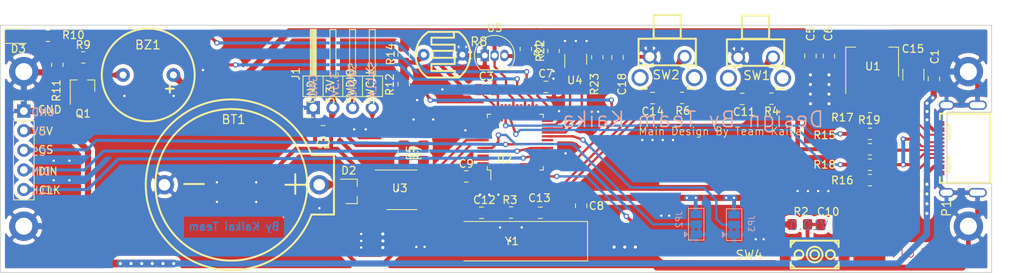
<source format=kicad_pcb>
(kicad_pcb (version 20171130) (host pcbnew "(5.1.9)-1")
  (layers (0 F.Cu signal) (31 B.Cu signal) (34 B.Paste user) (35 F.Paste user) (36 B.SilkS user) (37 F.SilkS user) (38 B.Mask user) (39 F.Mask user) (44 Edge.Cuts user))
  (net 0 "")
  (net 1 GND)
  (net 2 VCC)
  (net 3 +3V3)
  (net 4 RESET)
  (net 5 OSC_IN)
  (net 6 OSC_OUT)
  (net 7 SWCLK)
  (net 8 SWDIO)
  (net 9 SPI1_SCK)
  (net 10 SPI1_CS)
  (net 11 SPI1_MOSI)
  (net 12 BOOT0)
  (net 13 BOOT1)
  (net 14 I2C1_SDA)
  (net 15 I2C1_SCL)
  (net 16 USB_D-)
  (net 17 USB_D+)
  (net 18 KEY1)
  (net 19 KEY2)
  (net 20 LIGHT_SENSOR)
  (net 21 RUN_LED)
  (net 22 "Net-(BZ1-Pad2)")
  (net 23 "Net-(Q1-Pad1)")
  (net 24 BEEP)
  (net 25 "Net-(BT1-Pad1)")
  (net 26 "Net-(D2-Pad3)")
  (net 27 "Net-(D3-Pad2)")
  (net 28 "Net-(P1-PadA5)")
  (net 29 "Net-(P1-PadB5)")
  (net 30 "Net-(R12-Pad1)")
  (net 31 I2C2_SDA)
  (net 32 I2C2_SCL)
  (net 33 D+)
  (net 34 D-)
  (net 35 DS18B20)
  (module Package_TO_SOT_THT:TO-92_Inline (layer F.Cu) (at 162.5348 103.9116)
    (fp_text reference U5 (at 1.27 -3.56) (layer F.SilkS))
    (fp_text value DS18B20)
    (pad 1 thru_hole rect (at 0 0) (size 1.05 1.5) (drill 0.75) (layers *.Cu *.Mask) (net 1 GND))
    (pad 3 thru_hole oval (at 2.54 0) (size 1.05 1.5) (drill 0.75) (layers *.Cu *.Mask) (net 3 +3V3))
    (pad 2 thru_hole oval (at 1.27 0) (size 1.05 1.5) (drill 0.75) (layers *.Cu *.Mask) (net 35 DS18B20))
  )
  (module Resistor_SMD:R_0805_2012Metric_Pad1.20x1.40mm_HandSolder (layer F.Cu) (at 167.8434 103.0734 270)
    (fp_text reference R1 (at 0 -1.65 90) (layer F.SilkS))
    (fp_text value 5.1K)
    (pad 2 smd roundrect (at 1 0 270) (size 1.2 1.4) (layers F.Cu F.Paste F.Mask) (roundrect_rratio 0.208333) (net 3 +3V3))
    (pad 1 smd roundrect (at -1 0 270) (size 1.2 1.4) (layers F.Cu F.Paste F.Mask) (roundrect_rratio 0.208333) (net 35 DS18B20))
  )
  (module Connector_PinHeader_2.54mm:PinHeader_1x04_P2.54mm_Horizontal (layer F.Cu) (at 140.386 110.668 90)
    (fp_text reference J1 (at 4.385 -2.27 90) (layer F.SilkS))
    (fp_text value Conn_01x04)
    (pad 4 thru_hole oval (at 0 7.62 90) (size 1.7 1.7) (drill 1) (layers *.Cu *.Mask) (net 7 SWCLK))
    (pad 3 thru_hole oval (at 0 5.08 90) (size 1.7 1.7) (drill 1) (layers *.Cu *.Mask) (net 8 SWDIO))
    (pad 2 thru_hole oval (at 0 2.54 90) (size 1.7 1.7) (drill 1) (layers *.Cu *.Mask) (net 3 +3V3))
    (pad 1 thru_hole rect (at 0 0 90) (size 1.7 1.7) (drill 1) (layers *.Cu *.Mask) (net 1 GND))
  )
  (module Capacitor_SMD:C_0805_2012Metric_Pad1.18x1.45mm_HandSolder (layer F.Cu) (at 141.656 113.716 180)
    (fp_text reference C2 (at 0 -1.68) (layer F.SilkS))
    (fp_text value 100nf)
    (pad 2 smd roundrect (at 1.0375 0 180) (size 1.175 1.45) (layers F.Cu F.Paste F.Mask) (roundrect_rratio 0.212766) (net 1 GND))
    (pad 1 smd roundrect (at -1.0375 0 180) (size 1.175 1.45) (layers F.Cu F.Paste F.Mask) (roundrect_rratio 0.212766) (net 3 +3V3))
  )
  (module Kaka-footprints:USB-C-SMD_TYPE-C-USB-4_C168688 (layer F.Cu) (at 223.75 116 90)
    (fp_text reference P1 (at -8.892 -1.576 90) (layer F.SilkS) (effects (font (size 1.143 1.143) (thickness 0.152)) (justify left)))
    (fp_text value USB-C-SMD_TYPE-C16PIN_C168688 hide)
    (fp_line (start -4.5 -1.5) (end 4.75 -1.5) (layer Edge.Cuts) (width 0.12))
    (fp_line (start -4.5 -1.5) (end -4.5 4.25) (layer Edge.Cuts) (width 0.12))
    (fp_line (start 4.75 -1.5) (end 4.75 4.25) (layer Edge.Cuts) (width 0.12))
    (pad 0 thru_hole oval (at -5.663 -1.57 90) (size 1.2 2) (drill oval 0.8 1.6) (layers *.Cu *.Paste *.Mask) (net 1 GND))
    (pad 0 thru_hole oval (at 5.663 -1.57 90) (size 1.2 2) (drill oval 0.8 1.6) (layers *.Cu *.Paste *.Mask) (net 1 GND))
    (pad 0 thru_hole oval (at 5.663 2.43 90) (size 1.2 2.4) (drill oval 0.8 2) (layers *.Cu *.Paste *.Mask) (net 1 GND))
    (pad 0 thru_hole oval (at -5.663 2.43 90) (size 1.2 2.4) (drill oval 0.8 2) (layers *.Cu *.Paste *.Mask) (net 1 GND))
    (pad A12 smd rect (at 3.438 -2.43 90) (size 0.3 1.15) (layers F.Cu F.Paste F.Mask) (net 1 GND))
    (pad B1 smd rect (at 3.138 -2.43 90) (size 0.3 1.15) (layers F.Cu F.Paste F.Mask) (net 1 GND))
    (pad A9 smd rect (at 2.638 -2.43 90) (size 0.3 1.15) (layers F.Cu F.Paste F.Mask) (net 2 VCC))
    (pad B4 smd rect (at 2.337 -2.43 90) (size 0.3 1.15) (layers F.Cu F.Paste F.Mask) (net 2 VCC))
    (pad B5 smd rect (at 1.838 -2.43 90) (size 0.3 1.15) (layers F.Cu F.Paste F.Mask) (net 29 "Net-(P1-PadB5)"))
    (pad A8 smd rect (at 1.337 -2.43 90) (size 0.3 1.15) (layers F.Cu F.Paste F.Mask))
    (pad B6 smd rect (at 0.838 -2.43 90) (size 0.3 1.15) (layers F.Cu F.Paste F.Mask) (net 33 D+))
    (pad A7 smd rect (at 0.337 -2.428 90) (size 0.3 1.15) (layers F.Cu F.Paste F.Mask) (net 34 D-))
    (pad A6 smd rect (at -0.162 -2.43 90) (size 0.3 1.15) (layers F.Cu F.Paste F.Mask) (net 33 D+))
    (pad B7 smd rect (at -0.663 -2.428 90) (size 0.3 1.15) (layers F.Cu F.Paste F.Mask) (net 34 D-))
    (pad A5 smd rect (at -1.162 -2.43 90) (size 0.3 1.15) (layers F.Cu F.Paste F.Mask) (net 28 "Net-(P1-PadA5)"))
    (pad B8 smd rect (at -1.663 -2.43 90) (size 0.3 1.15) (layers F.Cu F.Paste F.Mask))
    (pad B9 smd rect (at -2.162 -2.426 90) (size 0.3 1.15) (layers F.Cu F.Paste F.Mask) (net 2 VCC))
    (pad A4 smd rect (at -2.462 -2.426 90) (size 0.3 1.15) (layers F.Cu F.Paste F.Mask) (net 2 VCC))
    (pad B12 smd rect (at -2.963 -2.428 90) (size 0.3 1.15) (layers F.Cu F.Paste F.Mask) (net 1 GND))
    (pad A1 smd rect (at -3.263 -2.428 90) (size 0.3 1.15) (layers F.Cu F.Paste F.Mask) (net 1 GND))
  )
  (module Kaka-footprints:BAT-TH_BS-2-1 (layer F.Cu) (at 131.16 120.64 90)
    (fp_text reference BT1 (at 8.448 -2.712 180) (layer F.SilkS) (effects (font (size 1.143 1.143) (thickness 0.152)) (justify left)))
    (fp_text value Battery_Cell hide)
    (pad 2 thru_hole circle (at 0 -10 180) (size 2.5 2.5) (drill 1.5) (layers *.Cu *.Paste *.Mask) (net 1 GND))
    (pad 1 thru_hole circle (at 0 10 180) (size 2.5 2.5) (drill 1.5) (layers *.Cu *.Paste *.Mask) (net 25 "Net-(BT1-Pad1)"))
  )
  (module Package_QFP:LQFP-48_7x7mm_P0.5mm (layer F.Cu) (at 166.48 115.12 90)
    (fp_text reference U2 (at -2.2 -1.4 180) (layer F.SilkS))
    (fp_text value STM32F103C8Tx)
    (pad 48 smd roundrect (at -2.75 -4.1625 90) (size 0.3 1.475) (layers F.Cu F.Paste F.Mask) (net 3 +3V3))
    (pad 47 smd roundrect (at -2.25 -4.1625 90) (size 0.3 1.475) (layers F.Cu F.Paste F.Mask) (net 1 GND))
    (pad 46 smd roundrect (at -1.75 -4.1625 90) (size 0.3 1.475) (layers F.Cu F.Paste F.Mask))
    (pad 45 smd roundrect (at -1.25 -4.1625 90) (size 0.3 1.475) (layers F.Cu F.Paste F.Mask))
    (pad 44 smd roundrect (at -0.75 -4.1625 90) (size 0.3 1.475) (layers F.Cu F.Paste F.Mask) (net 12 BOOT0))
    (pad 43 smd roundrect (at -0.25 -4.1625 90) (size 0.3 1.475) (layers F.Cu F.Paste F.Mask) (net 14 I2C1_SDA))
    (pad 42 smd roundrect (at 0.25 -4.1625 90) (size 0.3 1.475) (layers F.Cu F.Paste F.Mask) (net 15 I2C1_SCL))
    (pad 41 smd roundrect (at 0.75 -4.1625 90) (size 0.3 1.475) (layers F.Cu F.Paste F.Mask))
    (pad 40 smd roundrect (at 1.25 -4.1625 90) (size 0.3 1.475) (layers F.Cu F.Paste F.Mask))
    (pad 39 smd roundrect (at 1.75 -4.1625 90) (size 0.3 1.475) (layers F.Cu F.Paste F.Mask))
    (pad 38 smd roundrect (at 2.25 -4.1625 90) (size 0.3 1.475) (layers F.Cu F.Paste F.Mask))
    (pad 37 smd roundrect (at 2.75 -4.1625 90) (size 0.3 1.475) (layers F.Cu F.Paste F.Mask) (net 7 SWCLK))
    (pad 36 smd roundrect (at 4.1625 -2.75 90) (size 1.475 0.3) (layers F.Cu F.Paste F.Mask) (net 3 +3V3))
    (pad 35 smd roundrect (at 4.1625 -2.25 90) (size 1.475 0.3) (layers F.Cu F.Paste F.Mask) (net 1 GND))
    (pad 34 smd roundrect (at 4.1625 -1.75 90) (size 1.475 0.3) (layers F.Cu F.Paste F.Mask) (net 8 SWDIO))
    (pad 33 smd roundrect (at 4.1625 -1.25 90) (size 1.475 0.3) (layers F.Cu F.Paste F.Mask) (net 17 USB_D+))
    (pad 32 smd roundrect (at 4.1625 -0.75 90) (size 1.475 0.3) (layers F.Cu F.Paste F.Mask) (net 16 USB_D-))
    (pad 31 smd roundrect (at 4.1625 -0.25 90) (size 1.475 0.3) (layers F.Cu F.Paste F.Mask) (net 35 DS18B20))
    (pad 30 smd roundrect (at 4.1625 0.25 90) (size 1.475 0.3) (layers F.Cu F.Paste F.Mask))
    (pad 29 smd roundrect (at 4.1625 0.75 90) (size 1.475 0.3) (layers F.Cu F.Paste F.Mask))
    (pad 28 smd roundrect (at 4.1625 1.25 90) (size 1.475 0.3) (layers F.Cu F.Paste F.Mask) (net 24 BEEP))
    (pad 27 smd roundrect (at 4.1625 1.75 90) (size 1.475 0.3) (layers F.Cu F.Paste F.Mask))
    (pad 26 smd roundrect (at 4.1625 2.25 90) (size 1.475 0.3) (layers F.Cu F.Paste F.Mask) (net 21 RUN_LED))
    (pad 25 smd roundrect (at 4.1625 2.75 90) (size 1.475 0.3) (layers F.Cu F.Paste F.Mask))
    (pad 24 smd roundrect (at 2.75 4.1625 90) (size 0.3 1.475) (layers F.Cu F.Paste F.Mask) (net 3 +3V3))
    (pad 23 smd roundrect (at 2.25 4.1625 90) (size 0.3 1.475) (layers F.Cu F.Paste F.Mask) (net 1 GND))
    (pad 22 smd roundrect (at 1.75 4.1625 90) (size 0.3 1.475) (layers F.Cu F.Paste F.Mask) (net 31 I2C2_SDA))
    (pad 21 smd roundrect (at 1.25 4.1625 90) (size 0.3 1.475) (layers F.Cu F.Paste F.Mask) (net 32 I2C2_SCL))
    (pad 20 smd roundrect (at 0.75 4.1625 90) (size 0.3 1.475) (layers F.Cu F.Paste F.Mask) (net 13 BOOT1))
    (pad 19 smd roundrect (at 0.25 4.1625 90) (size 0.3 1.475) (layers F.Cu F.Paste F.Mask))
    (pad 18 smd roundrect (at -0.25 4.1625 90) (size 0.3 1.475) (layers F.Cu F.Paste F.Mask) (net 10 SPI1_CS))
    (pad 17 smd roundrect (at -0.75 4.1625 90) (size 0.3 1.475) (layers F.Cu F.Paste F.Mask) (net 11 SPI1_MOSI))
    (pad 16 smd roundrect (at -1.25 4.1625 90) (size 0.3 1.475) (layers F.Cu F.Paste F.Mask))
    (pad 15 smd roundrect (at -1.75 4.1625 90) (size 0.3 1.475) (layers F.Cu F.Paste F.Mask) (net 9 SPI1_SCK))
    (pad 14 smd roundrect (at -2.25 4.1625 90) (size 0.3 1.475) (layers F.Cu F.Paste F.Mask))
    (pad 13 smd roundrect (at -2.75 4.1625 90) (size 0.3 1.475) (layers F.Cu F.Paste F.Mask) (net 20 LIGHT_SENSOR))
    (pad 12 smd roundrect (at -4.1625 2.75 90) (size 1.475 0.3) (layers F.Cu F.Paste F.Mask))
    (pad 11 smd roundrect (at -4.1625 2.25 90) (size 1.475 0.3) (layers F.Cu F.Paste F.Mask) (net 19 KEY2))
    (pad 10 smd roundrect (at -4.1625 1.75 90) (size 1.475 0.3) (layers F.Cu F.Paste F.Mask) (net 18 KEY1))
    (pad 9 smd roundrect (at -4.1625 1.25 90) (size 1.475 0.3) (layers F.Cu F.Paste F.Mask) (net 3 +3V3))
    (pad 8 smd roundrect (at -4.1625 0.75 90) (size 1.475 0.3) (layers F.Cu F.Paste F.Mask) (net 1 GND))
    (pad 7 smd roundrect (at -4.1625 0.25 90) (size 1.475 0.3) (layers F.Cu F.Paste F.Mask) (net 4 RESET))
    (pad 6 smd roundrect (at -4.1625 -0.25 90) (size 1.475 0.3) (layers F.Cu F.Paste F.Mask) (net 6 OSC_OUT))
    (pad 5 smd roundrect (at -4.1625 -0.75 90) (size 1.475 0.3) (layers F.Cu F.Paste F.Mask) (net 5 OSC_IN))
    (pad 4 smd roundrect (at -4.1625 -1.25 90) (size 1.475 0.3) (layers F.Cu F.Paste F.Mask))
    (pad 3 smd roundrect (at -4.1625 -1.75 90) (size 1.475 0.3) (layers F.Cu F.Paste F.Mask))
    (pad 2 smd roundrect (at -4.1625 -2.25 90) (size 1.475 0.3) (layers F.Cu F.Paste F.Mask))
    (pad 1 smd roundrect (at -4.1625 -2.75 90) (size 1.475 0.3) (layers F.Cu F.Paste F.Mask) (net 3 +3V3))
  )
  (module Capacitor_SMD:C_0805_2012Metric_Pad1.18x1.45mm_HandSolder (layer F.Cu) (at 220.55 106.93 90)
    (fp_text reference C1 (at 2.866 0.1 90) (layer F.SilkS))
    (fp_text value 10uf)
    (pad 2 smd roundrect (at 1.0375 0 90) (size 1.175 1.45) (layers F.Cu F.Paste F.Mask) (roundrect_rratio 0.212766) (net 1 GND))
    (pad 1 smd roundrect (at -1.0375 0 90) (size 1.175 1.45) (layers F.Cu F.Paste F.Mask) (roundrect_rratio 0.212766) (net 2 VCC))
  )
  (module Kaka-footprints:SW-SMD_L6.2-W3.6-LS8.0 (layer F.Cu) (at 205.146 129.674)
    (fp_text reference SW4 (at -10.3024 0.044) (layer F.SilkS) (effects (font (size 1.143 1.143) (thickness 0.1524)) (justify left)))
    (fp_text value KEY-SMD_2P-L6.2-W3.6-LS8.0 hide)
    (pad 1 smd rect (at -3.79984 -0.000025 90) (size 1.499997 1.399997) (layers F.Cu F.Paste F.Mask) (net 4 RESET))
    (pad 2 smd rect (at 3.79984 -0.000025 90) (size 1.499997 1.399997) (layers F.Cu F.Paste F.Mask) (net 1 GND))
  )
  (module Resistor_SMD:R_0805_2012Metric_Pad1.20x1.40mm_HandSolder (layer F.Cu) (at 152.07 116.51 90)
    (fp_text reference R7 (at 0 1.806 90) (layer F.SilkS))
    (fp_text value 4.7K)
    (pad 2 smd roundrect (at 1 0 90) (size 1.2 1.4) (layers F.Cu F.Paste F.Mask) (roundrect_rratio 0.208333) (net 3 +3V3))
    (pad 1 smd roundrect (at -1 0 90) (size 1.2 1.4) (layers F.Cu F.Paste F.Mask) (roundrect_rratio 0.208333) (net 14 I2C1_SDA))
  )
  (module Resistor_SMD:R_0805_2012Metric_Pad1.20x1.40mm_HandSolder (layer F.Cu) (at 154.61 116.51 90)
    (fp_text reference R5 (at 0 -1.65 90) (layer F.SilkS))
    (fp_text value 4.7K)
    (pad 2 smd roundrect (at 1 0 90) (size 1.2 1.4) (layers F.Cu F.Paste F.Mask) (roundrect_rratio 0.208333) (net 3 +3V3))
    (pad 1 smd roundrect (at -1 0 90) (size 1.2 1.4) (layers F.Cu F.Paste F.Mask) (roundrect_rratio 0.208333) (net 15 I2C1_SCL))
  )
  (module Sensor_Humidity:Sensirion_DFN-8-1EP_2.5x2.5mm_P0.5mm_EP1.1x1.7mm (layer F.Cu) (at 174.28 104.4 90)
    (fp_text reference U4 (at -2.712 -0.112 180) (layer F.SilkS))
    (fp_text value SHT30-DIS)
    (pad 1 smd rect (at -1.175 -0.75 90) (size 0.55 0.25) (layers F.Cu F.Paste F.Mask) (net 31 I2C2_SDA))
    (pad 2 smd rect (at -1.175 -0.25 90) (size 0.55 0.25) (layers F.Cu F.Paste F.Mask) (net 1 GND))
    (pad 3 smd rect (at -1.175 0.25 90) (size 0.55 0.25) (layers F.Cu F.Paste F.Mask))
    (pad 4 smd rect (at -1.175 0.75 270) (size 0.55 0.25) (layers F.Cu F.Paste F.Mask) (net 32 I2C2_SCL))
    (pad 5 smd rect (at 1.175 0.75 90) (size 0.55 0.25) (layers F.Cu F.Paste F.Mask) (net 3 +3V3))
    (pad 6 smd rect (at 1.175 0.25 90) (size 0.55 0.25) (layers F.Cu F.Paste F.Mask))
    (pad 7 smd rect (at 1.175 -0.25 90) (size 0.55 0.25) (layers F.Cu F.Paste F.Mask) (net 1 GND))
    (pad 8 smd rect (at 1.175 -0.75 90) (size 0.55 0.25) (layers F.Cu F.Paste F.Mask) (net 1 GND))
    (pad 9 smd custom (at 0 0 90) (size 1 1) (layers F.Cu F.Mask) (net 1 GND) (options (clearance outline) (anchor circle)) (primitives (gr_poly (pts (xy 0.5 0.85) (xy -0.5 0.85) (xy -0.5 -0.55) (xy -0.2 -0.85) (xy 0.5 -0.85)) (width 0))))
  )
  (module Crystal:Crystal_SMD_HC49-SD_HandSoldering (layer F.Cu) (at 165.74 127.94 180)
    (fp_text reference Y1 (at -0.3 0) (layer F.SilkS))
    (fp_text value 8MHZ)
    (pad 2 smd rect (at 5.9375 0 180) (size 7.875 2) (layers F.Cu F.Paste F.Mask) (net 5 OSC_IN))
    (pad 1 smd rect (at -5.9375 0 180) (size 7.875 2) (layers F.Cu F.Paste F.Mask) (net 6 OSC_OUT))
  )
  (module Jumper:SolderJumper-3_P1.3mm_Bridged2Bar12_Pad1.0x1.5mm (layer B.Cu) (at 194.74 125.8 90)
    (fp_text reference JP3 (at 0.146 2.288 270) (layer B.SilkS) (effects (font (size 0.8 0.8) (thickness 0.1)) (justify mirror)))
    (fp_text value Jumper_NC_Dual)
    (fp_poly (pts (xy -0.9 -0.2) (xy -0.4 -0.2) (xy -0.4 -0.6) (xy -0.9 -0.6)) (layer B.Cu) (width 0))
    (fp_poly (pts (xy -0.9 0.6) (xy -0.4 0.6) (xy -0.4 0.2) (xy -0.9 0.2)) (layer B.Cu) (width 0))
    (pad 2 smd rect (at 0 0 90) (size 1 1.5) (layers B.Cu B.Mask) (net 13 BOOT1))
    (pad 3 smd rect (at 1.3 0 90) (size 1 1.5) (layers B.Cu B.Mask) (net 3 +3V3))
    (pad 1 smd rect (at -1.3 0 90) (size 1 1.5) (layers B.Cu B.Mask) (net 1 GND))
  )
  (module Resistor_SMD:R_0805_2012Metric_Pad1.20x1.40mm_HandSolder (layer F.Cu) (at 177.08 104.13 90)
    (fp_text reference R23 (at -3.49 -0.372 270) (layer F.SilkS))
    (fp_text value 4.7K)
    (pad 2 smd roundrect (at 1 0 90) (size 1.2 1.4) (layers F.Cu F.Paste F.Mask) (roundrect_rratio 0.208333) (net 3 +3V3))
    (pad 1 smd roundrect (at -1 0 90) (size 1.2 1.4) (layers F.Cu F.Paste F.Mask) (roundrect_rratio 0.208333) (net 32 I2C2_SCL))
  )
  (module Resistor_SMD:R_0805_2012Metric_Pad1.20x1.40mm_HandSolder (layer F.Cu) (at 171.42 103.32 90)
    (fp_text reference R22 (at 0.01 -1.72 90) (layer F.SilkS))
    (fp_text value 4.7K)
    (pad 2 smd roundrect (at 1 0 90) (size 1.2 1.4) (layers F.Cu F.Paste F.Mask) (roundrect_rratio 0.208333) (net 3 +3V3))
    (pad 1 smd roundrect (at -1 0 90) (size 1.2 1.4) (layers F.Cu F.Paste F.Mask) (roundrect_rratio 0.208333) (net 31 I2C2_SDA))
  )
  (module Capacitor_SMD:C_0805_2012Metric_Pad1.18x1.45mm_HandSolder (layer F.Cu) (at 179.68 104.16 270)
    (fp_text reference C18 (at 3.46 -0.584 270) (layer F.SilkS))
    (fp_text value 100nf)
    (pad 2 smd roundrect (at 1.0375 0 270) (size 1.175 1.45) (layers F.Cu F.Paste F.Mask) (roundrect_rratio 0.212766) (net 1 GND))
    (pad 1 smd roundrect (at -1.0375 0 270) (size 1.175 1.45) (layers F.Cu F.Paste F.Mask) (roundrect_rratio 0.212766) (net 3 +3V3))
  )
  (module Capacitor_SMD:C_0805_2012Metric_Pad1.18x1.45mm_HandSolder (layer F.Cu) (at 206.996 125.804 180)
    (fp_text reference C10 (at 0.1 1.674) (layer F.SilkS))
    (fp_text value 100nf)
    (pad 2 smd roundrect (at 1.0375 0 180) (size 1.175 1.45) (layers F.Cu F.Paste F.Mask) (roundrect_rratio 0.212766) (net 4 RESET))
    (pad 1 smd roundrect (at -1.0375 0 180) (size 1.175 1.45) (layers F.Cu F.Paste F.Mask) (roundrect_rratio 0.212766) (net 1 GND))
  )
  (module Resistor_SMD:R_0805_2012Metric_Pad1.20x1.40mm_HandSolder (layer F.Cu) (at 212.286 114.0475 180)
    (fp_text reference R19 (at 0.094975 1.792032 180) (layer F.SilkS))
    (fp_text value 33)
    (pad 2 smd roundrect (at 1 0 180) (size 1.2 1.4) (layers F.Cu F.Paste F.Mask) (roundrect_rratio 0.208333) (net 17 USB_D+))
    (pad 1 smd roundrect (at -1 0 180) (size 1.2 1.4) (layers F.Cu F.Paste F.Mask) (roundrect_rratio 0.208333) (net 33 D+))
  )
  (module Resistor_SMD:R_0805_2012Metric_Pad1.20x1.40mm_HandSolder (layer F.Cu) (at 212.286 118.0425 180)
    (fp_text reference R18 (at 5.86 0.0085) (layer F.SilkS))
    (fp_text value 33)
    (pad 2 smd roundrect (at 1 0 180) (size 1.2 1.4) (layers F.Cu F.Paste F.Mask) (roundrect_rratio 0.208333) (net 16 USB_D-))
    (pad 1 smd roundrect (at -1 0 180) (size 1.2 1.4) (layers F.Cu F.Paste F.Mask) (roundrect_rratio 0.208333) (net 34 D-))
  )
  (module Resistor_SMD:R_0805_2012Metric_Pad1.20x1.40mm_HandSolder (layer F.Cu) (at 212.286 116.045)
    (fp_text reference R15 (at -5.86 -1.821) (layer F.SilkS))
    (fp_text value 1.5K)
    (pad 2 smd roundrect (at 1 0) (size 1.2 1.4) (layers F.Cu F.Paste F.Mask) (roundrect_rratio 0.208333) (net 33 D+))
    (pad 1 smd roundrect (at -1 0) (size 1.2 1.4) (layers F.Cu F.Paste F.Mask) (roundrect_rratio 0.208333) (net 3 +3V3))
  )
  (module Resistor_SMD:R_0805_2012Metric_Pad1.20x1.40mm_HandSolder (layer F.Cu) (at 212.286 112.05 180)
    (fp_text reference R17 (at 3.574 0.112) (layer F.SilkS))
    (fp_text value 5.1K)
    (pad 2 smd roundrect (at 1 0 180) (size 1.2 1.4) (layers F.Cu F.Paste F.Mask) (roundrect_rratio 0.208333) (net 1 GND))
    (pad 1 smd roundrect (at -1 0 180) (size 1.2 1.4) (layers F.Cu F.Paste F.Mask) (roundrect_rratio 0.208333) (net 29 "Net-(P1-PadB5)"))
  )
  (module Resistor_SMD:R_0805_2012Metric_Pad1.20x1.40mm_HandSolder (layer F.Cu) (at 212.286 120.04 180)
    (fp_text reference R16 (at 3.574 -0.026) (layer F.SilkS))
    (fp_text value 5.1K)
    (pad 2 smd roundrect (at 1 0 180) (size 1.2 1.4) (layers F.Cu F.Paste F.Mask) (roundrect_rratio 0.208333) (net 1 GND))
    (pad 1 smd roundrect (at -1 0 180) (size 1.2 1.4) (layers F.Cu F.Paste F.Mask) (roundrect_rratio 0.208333) (net 28 "Net-(P1-PadA5)"))
  )
  (module Jumper:SolderJumper-3_P1.3mm_Bridged2Bar12_Pad1.0x1.5mm (layer B.Cu) (at 189.84 125.75 90)
    (fp_text reference JP2 (at 0.604 -2.21 270) (layer B.SilkS) (effects (font (size 0.8 0.8) (thickness 0.1)) (justify mirror)))
    (fp_text value Jumper_NC_Dual)
    (fp_poly (pts (xy -0.9 -0.2) (xy -0.4 -0.2) (xy -0.4 -0.6) (xy -0.9 -0.6)) (layer B.Cu) (width 0))
    (fp_poly (pts (xy -0.9 0.6) (xy -0.4 0.6) (xy -0.4 0.2) (xy -0.9 0.2)) (layer B.Cu) (width 0))
    (pad 2 smd rect (at 0 0 90) (size 1 1.5) (layers B.Cu B.Mask) (net 12 BOOT0))
    (pad 3 smd rect (at 1.3 0 90) (size 1 1.5) (layers B.Cu B.Mask) (net 3 +3V3))
    (pad 1 smd rect (at -1.3 0 90) (size 1 1.5) (layers B.Cu B.Mask) (net 1 GND))
  )
  (module Package_TO_SOT_SMD:SOT-23 (layer F.Cu) (at 145.31 121.49)
    (fp_text reference D2 (at -0.352 -2.694) (layer F.SilkS))
    (fp_text value BAT54C)
    (pad 3 smd rect (at 1 0) (size 0.9 0.8) (layers F.Cu F.Paste F.Mask) (net 26 "Net-(D2-Pad3)"))
    (pad 2 smd rect (at -1 0.95) (size 0.9 0.8) (layers F.Cu F.Paste F.Mask) (net 3 +3V3))
    (pad 1 smd rect (at -1 -0.95) (size 0.9 0.8) (layers F.Cu F.Paste F.Mask) (net 25 "Net-(BT1-Pad1)"))
  )
  (module Capacitor_SMD:C_1210_3225Metric_Pad1.33x2.70mm_HandSolder (layer F.Cu) (at 217.89 106.39 90)
    (fp_text reference C15 (at 3.342 -0.05 180) (layer F.SilkS))
    (fp_text value 10uf)
    (pad 2 smd roundrect (at 1.5625 0 90) (size 1.325 2.7) (layers F.Cu F.Paste F.Mask) (roundrect_rratio 0.188679) (net 1 GND))
    (pad 1 smd roundrect (at -1.5625 0 90) (size 1.325 2.7) (layers F.Cu F.Paste F.Mask) (roundrect_rratio 0.188679) (net 2 VCC))
  )
  (module Resistor_SMD:R_0805_2012Metric_Pad1.20x1.40mm_HandSolder (layer F.Cu) (at 107.33 105.12 90)
    (fp_text reference R11 (at -3.322 -0.114 270) (layer F.SilkS))
    (fp_text value 1K)
    (pad 2 smd roundrect (at 1 0 90) (size 1.2 1.4) (layers F.Cu F.Paste F.Mask) (roundrect_rratio 0.208333) (net 23 "Net-(Q1-Pad1)"))
    (pad 1 smd roundrect (at -1 0 90) (size 1.2 1.4) (layers F.Cu F.Paste F.Mask) (roundrect_rratio 0.208333) (net 1 GND))
  )
  (module Resistor_SMD:R_0805_2012Metric_Pad1.20x1.40mm_HandSolder (layer F.Cu) (at 110.67 104.16)
    (fp_text reference R9 (at -0.002 -1.62) (layer F.SilkS))
    (fp_text value 10K)
    (pad 2 smd roundrect (at 1 0) (size 1.2 1.4) (layers F.Cu F.Paste F.Mask) (roundrect_rratio 0.208333) (net 24 BEEP))
    (pad 1 smd roundrect (at -1 0) (size 1.2 1.4) (layers F.Cu F.Paste F.Mask) (roundrect_rratio 0.208333) (net 23 "Net-(Q1-Pad1)"))
  )
  (module Package_TO_SOT_SMD:SOT-23_Handsoldering (layer F.Cu) (at 110.58 107.84 90)
    (fp_text reference Q1 (at -3.59 0.088 180) (layer F.SilkS))
    (fp_text value Q_NPN_BEC)
    (pad 3 smd rect (at 1.5 0 90) (size 1.9 0.8) (layers F.Cu F.Paste F.Mask) (net 22 "Net-(BZ1-Pad2)"))
    (pad 2 smd rect (at -1.5 0.95 90) (size 1.9 0.8) (layers F.Cu F.Paste F.Mask) (net 1 GND))
    (pad 1 smd rect (at -1.5 -0.95 90) (size 1.9 0.8) (layers F.Cu F.Paste F.Mask) (net 23 "Net-(Q1-Pad1)"))
  )
  (module Capacitor_SMD:C_0805_2012Metric_Pad1.18x1.45mm_HandSolder (layer F.Cu) (at 160.13958 119.56054 180)
    (fp_text reference C9 (at 0.008 1.634) (layer F.SilkS))
    (fp_text value 100nf)
    (pad 2 smd roundrect (at 1.0375 0 180) (size 1.175 1.45) (layers F.Cu F.Paste F.Mask) (roundrect_rratio 0.212766) (net 1 GND))
    (pad 1 smd roundrect (at -1.0375 0 180) (size 1.175 1.45) (layers F.Cu F.Paste F.Mask) (roundrect_rratio 0.212766) (net 3 +3V3))
  )
  (module LED_SMD:LED_0805_2012Metric_Pad1.15x1.40mm_HandSolder (layer F.Cu) (at 102.32 101.38)
    (fp_text reference D3 (at -0.034 1.668) (layer F.SilkS))
    (fp_text value D1)
    (pad 2 smd roundrect (at 1.025 0) (size 1.15 1.4) (layers F.Cu F.Paste F.Mask) (roundrect_rratio 0.217391) (net 27 "Net-(D3-Pad2)"))
    (pad 1 smd roundrect (at -1.025 0) (size 1.15 1.4) (layers F.Cu F.Paste F.Mask) (roundrect_rratio 0.217391) (net 1 GND))
  )
  (module Resistor_SMD:R_0805_2012Metric_Pad1.20x1.40mm_HandSolder (layer F.Cu) (at 106.11 101.36)
    (fp_text reference R10 (at 3.288 -0.09) (layer F.SilkS))
    (fp_text value 200)
    (pad 2 smd roundrect (at 1 0) (size 1.2 1.4) (layers F.Cu F.Paste F.Mask) (roundrect_rratio 0.208333) (net 21 RUN_LED))
    (pad 1 smd roundrect (at -1 0) (size 1.2 1.4) (layers F.Cu F.Paste F.Mask) (roundrect_rratio 0.208333) (net 27 "Net-(D3-Pad2)"))
  )
  (module Resistor_SMD:R_0805_2012Metric_Pad1.20x1.40mm_HandSolder (layer F.Cu) (at 199.56 109.5 180)
    (fp_text reference R4 (at -0.03 -1.63) (layer F.SilkS))
    (fp_text value 10K)
    (pad 2 smd roundrect (at 1 0 180) (size 1.2 1.4) (layers F.Cu F.Paste F.Mask) (roundrect_rratio 0.208333) (net 18 KEY1))
    (pad 1 smd roundrect (at -1 0 180) (size 1.2 1.4) (layers F.Cu F.Paste F.Mask) (roundrect_rratio 0.208333) (net 3 +3V3))
  )
  (module Resistor_SMD:R_0805_2012Metric_Pad1.20x1.40mm_HandSolder (layer F.Cu) (at 188.01 109.4 180)
    (fp_text reference R6 (at -0.11 -1.67) (layer F.SilkS))
    (fp_text value 10K)
    (pad 2 smd roundrect (at 1 0 180) (size 1.2 1.4) (layers F.Cu F.Paste F.Mask) (roundrect_rratio 0.208333) (net 19 KEY2))
    (pad 1 smd roundrect (at -1 0 180) (size 1.2 1.4) (layers F.Cu F.Paste F.Mask) (roundrect_rratio 0.208333) (net 3 +3V3))
  )
  (module Capacitor_SMD:C_0805_2012Metric_Pad1.18x1.45mm_HandSolder (layer F.Cu) (at 184.21 109.42)
    (fp_text reference C14 (at 0.02 1.73) (layer F.SilkS))
    (fp_text value 100nf)
    (pad 2 smd roundrect (at 1.0375 0) (size 1.175 1.45) (layers F.Cu F.Paste F.Mask) (roundrect_rratio 0.212766) (net 19 KEY2))
    (pad 1 smd roundrect (at -1.0375 0) (size 1.175 1.45) (layers F.Cu F.Paste F.Mask) (roundrect_rratio 0.212766) (net 1 GND))
  )
  (module Capacitor_SMD:C_0805_2012Metric_Pad1.18x1.45mm_HandSolder (layer F.Cu) (at 195.77 109.53)
    (fp_text reference C11 (at 0.27 1.68 180) (layer F.SilkS))
    (fp_text value 100nf)
    (pad 2 smd roundrect (at 1.0375 0) (size 1.175 1.45) (layers F.Cu F.Paste F.Mask) (roundrect_rratio 0.212766) (net 18 KEY1))
    (pad 1 smd roundrect (at -1.0375 0) (size 1.175 1.45) (layers F.Cu F.Paste F.Mask) (roundrect_rratio 0.212766) (net 1 GND))
  )
  (module Resistor_SMD:R_0805_2012Metric_Pad1.20x1.40mm_HandSolder (layer F.Cu) (at 152.07 103.81 90)
    (fp_text reference R14 (at 0.066 -1.692 90) (layer F.SilkS))
    (fp_text value 22K)
    (pad 2 smd roundrect (at 1 0 90) (size 1.2 1.4) (layers F.Cu F.Paste F.Mask) (roundrect_rratio 0.208333) (net 3 +3V3))
    (pad 1 smd roundrect (at -1 0 90) (size 1.2 1.4) (layers F.Cu F.Paste F.Mask) (roundrect_rratio 0.208333) (net 30 "Net-(R12-Pad1)"))
  )
  (module Resistor_SMD:R_0805_2012Metric_Pad1.20x1.40mm_HandSolder (layer F.Cu) (at 152.07 107.62 270)
    (fp_text reference R12 (at 0.052 1.794 270) (layer F.SilkS))
    (fp_text value 1K)
    (pad 2 smd roundrect (at 1 0 270) (size 1.2 1.4) (layers F.Cu F.Paste F.Mask) (roundrect_rratio 0.208333) (net 20 LIGHT_SENSOR))
    (pad 1 smd roundrect (at -1 0 270) (size 1.2 1.4) (layers F.Cu F.Paste F.Mask) (roundrect_rratio 0.208333) (net 30 "Net-(R12-Pad1)"))
  )
  (module MountingHole:MountingHole_2.2mm_M2_DIN965_Pad (layer F.Cu) (at 103 126)
    (fp_text reference H4 hide)
    (fp_text value MountingHole)
    (pad 1 thru_hole circle (at 0 0) (size 3.8 3.8) (drill 2.2) (layers *.Cu *.Mask) (net 1 GND))
  )
  (module MountingHole:MountingHole_2.2mm_M2_DIN965_Pad (layer F.Cu) (at 225 126)
    (fp_text reference H3 hide)
    (fp_text value MountingHole)
    (pad 1 thru_hole circle (at 0 0) (size 3.8 3.8) (drill 2.2) (layers *.Cu *.Mask) (net 1 GND))
  )
  (module MountingHole:MountingHole_2.2mm_M2_DIN965_Pad (layer F.Cu) (at 225 106)
    (fp_text reference H2 hide)
    (fp_text value MountingHole)
    (pad 1 thru_hole circle (at 0 0) (size 3.8 3.8) (drill 2.2) (layers *.Cu *.Mask) (net 1 GND))
  )
  (module MountingHole:MountingHole_2.2mm_M2_DIN965_Pad (layer F.Cu) (at 103 106)
    (fp_text reference H1 hide)
    (fp_text value MountingHole)
    (pad 1 thru_hole circle (at 0 0) (size 3.8 3.8) (drill 2.2) (layers *.Cu *.Mask) (net 1 GND))
  )
  (module Package_TO_SOT_SMD:SOT-223-3_TabPin2 (layer F.Cu) (at 212.57 104.74 90)
    (fp_text reference U1 (at -0.575 0.09) (layer F.SilkS))
    (fp_text value AMS1117-3.3)
    (pad 1 smd rect (at -3.15 -2.3 90) (size 2 1.5) (layers F.Cu F.Paste F.Mask) (net 1 GND))
    (pad 3 smd rect (at -3.15 2.3 90) (size 2 1.5) (layers F.Cu F.Paste F.Mask) (net 2 VCC))
    (pad 2 smd rect (at -3.15 0 90) (size 2 1.5) (layers F.Cu F.Paste F.Mask) (net 3 +3V3))
    (pad 2 smd rect (at 3.15 0 90) (size 2 3.8) (layers F.Cu F.Paste F.Mask) (net 3 +3V3))
  )
  (module Capacitor_SMD:C_0805_2012Metric_Pad1.18x1.45mm_HandSolder (layer F.Cu) (at 174.99 123.36 270)
    (fp_text reference C8 (at 0.008 -1.972 180) (layer F.SilkS))
    (fp_text value 100nf)
    (pad 2 smd roundrect (at 1.0375 0 270) (size 1.175 1.45) (layers F.Cu F.Paste F.Mask) (roundrect_rratio 0.212766) (net 1 GND))
    (pad 1 smd roundrect (at -1.0375 0 270) (size 1.175 1.45) (layers F.Cu F.Paste F.Mask) (roundrect_rratio 0.212766) (net 3 +3V3))
  )
  (module Capacitor_SMD:C_0805_2012Metric_Pad1.18x1.45mm_HandSolder (layer F.Cu) (at 204.6 103.97 270)
    (fp_text reference C5 (at -2.87 -0.02 90) (layer F.SilkS))
    (fp_text value 10uf)
    (pad 2 smd roundrect (at 1.0375 0 270) (size 1.175 1.45) (layers F.Cu F.Paste F.Mask) (roundrect_rratio 0.212766) (net 1 GND))
    (pad 1 smd roundrect (at -1.0375 0 270) (size 1.175 1.45) (layers F.Cu F.Paste F.Mask) (roundrect_rratio 0.212766) (net 3 +3V3))
  )
  (module Package_SO:SOIC-8_3.9x4.9mm_P1.27mm (layer F.Cu) (at 151.83 121.29)
    (fp_text reference U3 (at -0.268 -0.208) (layer F.SilkS))
    (fp_text value DS3231MZ)
    (pad 8 smd roundrect (at 2.475 -1.905) (size 1.95 0.6) (layers F.Cu F.Paste F.Mask) (net 15 I2C1_SCL))
    (pad 7 smd roundrect (at 2.475 -0.635) (size 1.95 0.6) (layers F.Cu F.Paste F.Mask) (net 14 I2C1_SDA))
    (pad 6 smd roundrect (at 2.475 0.635) (size 1.95 0.6) (layers F.Cu F.Paste F.Mask) (net 26 "Net-(D2-Pad3)"))
    (pad 5 smd roundrect (at 2.475 1.905) (size 1.95 0.6) (layers F.Cu F.Paste F.Mask) (net 1 GND))
    (pad 4 smd roundrect (at -2.475 1.905) (size 1.95 0.6) (layers F.Cu F.Paste F.Mask))
    (pad 3 smd roundrect (at -2.475 0.635) (size 1.95 0.6) (layers F.Cu F.Paste F.Mask))
    (pad 2 smd roundrect (at -2.475 -0.635) (size 1.95 0.6) (layers F.Cu F.Paste F.Mask) (net 3 +3V3))
    (pad 1 smd roundrect (at -2.475 -1.905) (size 1.95 0.6) (layers F.Cu F.Paste F.Mask))
  )
  (module Resistor_SMD:R_0805_2012Metric_Pad1.20x1.40mm_HandSolder (layer F.Cu) (at 165.925 124.23)
    (fp_text reference R3 (at -0.139 -1.624) (layer F.SilkS))
    (fp_text value 1M)
    (pad 2 smd roundrect (at 1 0) (size 1.2 1.4) (layers F.Cu F.Paste F.Mask) (roundrect_rratio 0.208333) (net 6 OSC_OUT))
    (pad 1 smd roundrect (at -1 0) (size 1.2 1.4) (layers F.Cu F.Paste F.Mask) (roundrect_rratio 0.208333) (net 5 OSC_IN))
  )
  (module Resistor_SMD:R_0805_2012Metric_Pad1.20x1.40mm_HandSolder (layer F.Cu) (at 203.226 125.774)
    (fp_text reference R2 (at 0.152 -1.644 180) (layer F.SilkS))
    (fp_text value 10K)
    (pad 2 smd roundrect (at 1 0) (size 1.2 1.4) (layers F.Cu F.Paste F.Mask) (roundrect_rratio 0.208333) (net 4 RESET))
    (pad 1 smd roundrect (at -1 0) (size 1.2 1.4) (layers F.Cu F.Paste F.Mask) (roundrect_rratio 0.208333) (net 3 +3V3))
  )
  (module Connector_PinHeader_2.54mm:PinHeader_1x05_P2.54mm_Vertical (layer F.Cu) (at 103 111.1)
    (fp_text reference J2 hide)
    (fp_text value Conn_01x05)
    (pad 5 thru_hole oval (at 0 10.16) (size 1.7 1.7) (drill 1) (layers *.Cu *.Mask) (net 9 SPI1_SCK))
    (pad 4 thru_hole oval (at 0 7.62) (size 1.7 1.7) (drill 1) (layers *.Cu *.Mask) (net 11 SPI1_MOSI))
    (pad 3 thru_hole oval (at 0 5.08) (size 1.7 1.7) (drill 1) (layers *.Cu *.Mask) (net 10 SPI1_CS))
    (pad 2 thru_hole oval (at 0 2.54) (size 1.7 1.7) (drill 1) (layers *.Cu *.Mask) (net 2 VCC))
    (pad 1 thru_hole rect (at 0 0) (size 1.7 1.7) (drill 1) (layers *.Cu *.Mask) (net 1 GND))
  )
  (module Capacitor_SMD:C_0805_2012Metric_Pad1.18x1.45mm_HandSolder (layer F.Cu) (at 169.72 124.26 180)
    (fp_text reference C13 (at 0.124 1.908) (layer F.SilkS))
    (fp_text value 20p)
    (pad 2 smd roundrect (at 1.0375 0 180) (size 1.175 1.45) (layers F.Cu F.Paste F.Mask) (roundrect_rratio 0.212766) (net 6 OSC_OUT))
    (pad 1 smd roundrect (at -1.0375 0 180) (size 1.175 1.45) (layers F.Cu F.Paste F.Mask) (roundrect_rratio 0.212766) (net 1 GND))
  )
  (module Capacitor_SMD:C_0805_2012Metric_Pad1.18x1.45mm_HandSolder (layer F.Cu) (at 162.11 124.26)
    (fp_text reference C12 (at 0.374 -1.654) (layer F.SilkS))
    (fp_text value 20p)
    (pad 2 smd roundrect (at 1.0375 0) (size 1.175 1.45) (layers F.Cu F.Paste F.Mask) (roundrect_rratio 0.212766) (net 5 OSC_IN))
    (pad 1 smd roundrect (at -1.0375 0) (size 1.175 1.45) (layers F.Cu F.Paste F.Mask) (roundrect_rratio 0.212766) (net 1 GND))
  )
  (module Capacitor_SMD:C_0805_2012Metric_Pad1.18x1.45mm_HandSolder (layer F.Cu) (at 170.4342 107.9756)
    (fp_text reference C7 (at -0.01 -1.716) (layer F.SilkS))
    (fp_text value 100nf)
    (pad 2 smd roundrect (at 1.0375 0) (size 1.175 1.45) (layers F.Cu F.Paste F.Mask) (roundrect_rratio 0.212766) (net 1 GND))
    (pad 1 smd roundrect (at -1.0375 0) (size 1.175 1.45) (layers F.Cu F.Paste F.Mask) (roundrect_rratio 0.212766) (net 3 +3V3))
  )
  (module Capacitor_SMD:C_0805_2012Metric_Pad1.18x1.45mm_HandSolder (layer F.Cu) (at 206.99 103.99 270)
    (fp_text reference C6 (at -2.89 0.09 90) (layer F.SilkS))
    (fp_text value 100nf)
    (pad 2 smd roundrect (at 1.0375 0 270) (size 1.175 1.45) (layers F.Cu F.Paste F.Mask) (roundrect_rratio 0.212766) (net 1 GND))
    (pad 1 smd roundrect (at -1.0375 0 270) (size 1.175 1.45) (layers F.Cu F.Paste F.Mask) (roundrect_rratio 0.212766) (net 3 +3V3))
  )
  (module Capacitor_SMD:C_0805_2012Metric_Pad1.18x1.45mm_HandSolder (layer F.Cu) (at 162.75 108.32)
    (fp_text reference C3 (at -0.012 -1.716 180) (layer F.SilkS))
    (fp_text value 100nf)
    (pad 2 smd roundrect (at 1.0375 0) (size 1.175 1.45) (layers F.Cu F.Paste F.Mask) (roundrect_rratio 0.212766) (net 1 GND))
    (pad 1 smd roundrect (at -1.0375 0) (size 1.175 1.45) (layers F.Cu F.Paste F.Mask) (roundrect_rratio 0.212766) (net 3 +3V3))
  )
  (module Kaka-footprints:RES-TH_L7.0-W5.9-P5.00-D0.5 (layer F.Cu) (at 157.15 103.81 90)
    (fp_text reference R8 (at 1.682 3.416 180) (layer F.SilkS) (effects (font (size 1.143 1.143) (thickness 0.1524)) (justify left)))
    (fp_text value RES-GL7516 hide)
    (pad 1 thru_hole circle (at 0 2.500122) (size 1.524 1.524) (drill oval 0.76708 0.762) (layers *.Cu *.Mask) (net 1 GND))
    (pad 2 thru_hole circle (at 0 -2.499868) (size 1.524 1.524) (drill oval 0.76708 0.762) (layers *.Cu *.Mask) (net 30 "Net-(R12-Pad1)"))
  )
  (module Kaka-footprints:BUZZER-TH_BD12.0-P6.50-D0.6-FD (layer F.Cu) (at 119.07 106.43 180)
    (fp_text reference BZ1 (at -1.71 3.89) (layer F.SilkS) (effects (font (size 1.143 1.143) (thickness 0.152)) (justify right)))
    (fp_text value Buzzer hide)
    (pad 2 thru_hole circle (at 3.251 0 180) (size 1.778 1.778) (drill 0.899) (layers *.Cu *.Paste *.Mask) (net 22 "Net-(BZ1-Pad2)"))
    (pad 1 thru_hole circle (at -3.251 0 180) (size 1.778 1.778) (drill 0.899) (layers *.Cu *.Paste *.Mask) (net 3 +3V3))
  )
  (module Kaka-footprints:SW-TH_TC-1102N-C-QL-B (layer F.Cu) (at 197.51 105.5 180)
    (fp_text reference SW1 (at -2 -1) (layer F.SilkS) (effects (font (size 1.143 1.143) (thickness 0.1524)) (justify right)))
    (fp_text value TC-1102N-C-QL-B hide)
    (pad 1 thru_hole circle (at -2.250084 1.349908 180) (size 1.799996 1.799996) (drill 1.199998) (layers *.Cu *.Mask) (net 18 KEY1))
    (pad 2 thru_hole circle (at 2.250034 1.349908 180) (size 1.799996 1.799996) (drill 1.199998) (layers *.Cu *.Mask) (net 1 GND))
    (pad 3 thru_hole circle (at -3.500018 -1.350112 180) (size 2.199996 2.199996) (drill 1.500022) (layers *.Cu *.Mask))
    (pad 4 thru_hole circle (at 3.499968 -1.350112 180) (size 2.199996 2.199996) (drill 1.500022) (layers *.Cu *.Mask))
  )
  (module Kaka-footprints:SW-TH_TC-1102N-C-QL-B (layer F.Cu) (at 186.1 105.43 180)
    (fp_text reference SW2 (at -1.7 -0.99) (layer F.SilkS) (effects (font (size 1.143 1.143) (thickness 0.1524)) (justify right)))
    (fp_text value TC-1102N-C-QL-B hide)
    (pad 1 thru_hole circle (at -2.250084 1.349908 180) (size 1.799996 1.799996) (drill 1.199998) (layers *.Cu *.Mask) (net 19 KEY2))
    (pad 2 thru_hole circle (at 2.250034 1.349908 180) (size 1.799996 1.799996) (drill 1.199998) (layers *.Cu *.Mask) (net 1 GND))
    (pad 3 thru_hole circle (at -3.500018 -1.350112 180) (size 2.199996 2.199996) (drill 1.500022) (layers *.Cu *.Mask))
    (pad 4 thru_hole circle (at 3.499968 -1.350112 180) (size 2.199996 2.199996) (drill 1.500022) (layers *.Cu *.Mask))
  )
  (gr_text V10.0 (at 204.394 125.908) (layer B.Cu) (effects (font (size 1.2 1.2) (thickness 0.1)) (justify mirror)))
  (gr_text V10.0 (at 217.348 129.464) (layer F.Cu) (effects (font (size 1.2 1.2) (thickness 0.1))))
  (gr_line (start 228 120.5) (end 228 132) (layer Edge.Cuts) (width 0.12))
  (gr_line (start 228 100) (end 228 111.25) (layer Edge.Cuts) (width 0.12))
  (gr_text "By Kaikai Team" (at 130.15 126.04) (layer B.Cu) (effects (font (size 1 1) (thickness 0.2)) (justify mirror)))
  (gr_text "Main Design By Team Kaika" (at 192.964 113.716) (layer F.SilkS) (effects (font (size 1 1) (thickness 0.1))))
  (gr_text GND (at 140.386 107.874 90) (layer B.SilkS) (effects (font (size 1 1)) (justify mirror)))
  (gr_text 3.3V (at 143.18 107.62 90) (layer B.SilkS) (effects (font (size 1 1)) (justify mirror)))
  (gr_text SWDIO (at 145.466 107.112 90) (layer B.SilkS) (effects (font (size 1 1)) (justify mirror)))
  (gr_text SWCLK (at 148.006 107.112 90) (layer B.SilkS) (effects (font (size 1 1)) (justify mirror)))
  (gr_text CLK (at 106.35 121.336) (layer F.SilkS) (effects (font (size 1 1))))
  (gr_text DIN (at 106.096 118.9) (layer F.SilkS) (effects (font (size 1 1))))
  (gr_text CS (at 105.842 116.1) (layer F.SilkS) (effects (font (size 1 1))))
  (gr_text 5V (at 105.842 113.716) (layer F.SilkS) (effects (font (size 1 1))))
  (gr_text GND (at 106.35 110.922) (layer F.SilkS) (effects (font (size 1 1))))
  (gr_text GND (at 140.132 108.636 90) (layer F.SilkS) (effects (font (size 1 1))))
  (gr_text 3.3V (at 142.6 108.636 90) (layer F.SilkS) (effects (font (size 1 1))))
  (gr_text SWDIO (at 145.212 107.874 90) (layer F.SilkS) (effects (font (size 1 1))))
  (gr_text SWCLK (at 147.752 107.83 90) (layer F.SilkS) (effects (font (size 1 1))))
  (gr_text CLK (at 105.31 121.37) (layer B.SilkS) (effects (font (size 1 1)) (justify mirror)))
  (gr_text DIN (at 105.2 118.91) (layer B.SilkS) (effects (font (size 1 1)) (justify mirror)))
  (gr_text GND (at 105.51 111.23) (layer B.SilkS) (effects (font (size 1 1)) (justify mirror)))
  (gr_text CS (at 104.95 116.38) (layer B.SilkS) (effects (font (size 1 1)) (justify mirror)))
  (gr_text 5V (at 104.92 113.74) (layer B.SilkS) (effects (font (size 1 1)) (justify mirror)))
  (gr_text 2021-01-25 (at 190.678 119.304) (layer F.Cu) (effects (font (size 1 1) (thickness 0.1))))
  (gr_text kaka (at 185.852 117.526) (layer F.Cu) (effects (font (size 2 2) (thickness 0.1))))
  (gr_text "Design By Team Kaika" (at 189.408 112.192) (layer B.SilkS) (effects (font (size 2 2) (thickness 0.2)) (justify mirror)))
  (gr_line (start 100 100) (end 100 132) (layer Edge.Cuts) (width 0.12))
  (gr_line (start 100 100) (end 228 100) (layer Edge.Cuts) (width 0.12))
  (gr_line (start 100 132) (end 228 132) (layer Edge.Cuts) (width 0.12))
  (segment (start 222.18 110.337) (end 226.18 110.337) (width 0.6) (layer F.Cu) (net 1))
  (segment (start 221.322 120.805) (end 222.18 121.663) (width 0.6) (layer F.Cu) (net 1))
  (segment (start 221.322 119.263) (end 221.322 120.805) (width 0.25) (layer F.Cu) (net 1))
  (segment (start 222.18 121.663) (end 226.18 121.663) (width 0.6) (layer F.Cu) (net 1))
  (segment (start 222.14 110.297) (end 222.18 110.337) (width 0.9) (layer F.Cu) (net 1))
  (segment (start 225 106) (end 225 106.66) (width 0.6) (layer F.Cu) (net 1))
  (segment (start 225 107.517) (end 225 106.66) (width 0.6) (layer F.Cu) (net 1))
  (segment (start 226.18 107.18) (end 225 106) (width 0.6) (layer F.Cu) (net 1))
  (segment (start 226.18 110.337) (end 226.18 107.18) (width 0.6) (layer F.Cu) (net 1))
  (segment (start 226.18 124.82) (end 225 126) (width 0.6) (layer F.Cu) (net 1))
  (segment (start 226.18 121.663) (end 226.18 124.82) (width 0.6) (layer F.Cu) (net 1))
  (segment (start 225 106) (end 220.02 101.02) (width 0.8) (layer B.Cu) (net 1))
  (segment (start 220.4975 106) (end 220.49 105.9925) (width 0.8) (layer F.Cu) (net 1))
  (segment (start 161.060122 101.059878) (end 161.1 101.02) (width 0.8) (layer B.Cu) (net 1))
  (segment (start 194.7325 109.53) (end 194.7325 108.9075) (width 0.5) (layer F.Cu) (net 1))
  (segment (start 196.159963 105.050089) (end 195.259966 104.150092) (width 0.5) (layer F.Cu) (net 1))
  (segment (start 196.159963 107.480037) (end 196.159963 105.050089) (width 0.5) (layer F.Cu) (net 1))
  (segment (start 194.7325 108.9075) (end 196.159963 107.480037) (width 0.5) (layer F.Cu) (net 1))
  (segment (start 183.1725 109.42) (end 183.1725 108.7475) (width 0.5) (layer F.Cu) (net 1))
  (segment (start 184.749963 107.170037) (end 184.749963 104.980089) (width 0.5) (layer F.Cu) (net 1))
  (segment (start 184.749963 104.980089) (end 183.849966 104.080092) (width 0.5) (layer F.Cu) (net 1))
  (segment (start 183.1725 108.7475) (end 184.749963 107.170037) (width 0.5) (layer F.Cu) (net 1))
  (segment (start 107.98 101.02) (end 103 106) (width 0.8) (layer B.Cu) (net 1))
  (segment (start 101.28 101.395) (end 101.295 101.38) (width 0.5) (layer F.Cu) (net 1))
  (segment (start 101.28 104.28) (end 101.28 101.395) (width 0.5) (layer F.Cu) (net 1))
  (segment (start 103 106) (end 101.28 104.28) (width 0.5) (layer F.Cu) (net 1))
  (segment (start 103.07 106.07) (end 103 106) (width 0.5) (layer F.Cu) (net 1))
  (segment (start 103.06 106.06) (end 103 106) (width 0.5) (layer F.Cu) (net 1))
  (segment (start 103.44 111.54) (end 103 111.1) (width 0.5) (layer F.Cu) (net 1))
  (segment (start 167.64 101.08) (end 167.58 101.02) (width 0.25) (layer B.Cu) (net 1))
  (segment (start 167.58 101.02) (end 161.1 101.02) (width 0.8) (layer B.Cu) (net 1))
  (segment (start 186.299966 101.029966) (end 186.29 101.02) (width 0.8) (layer B.Cu) (net 1))
  (segment (start 194.69 127.05) (end 194.74 127.1) (width 0.3) (layer B.Cu) (net 1))
  (segment (start 189.84 127.05) (end 194.69 127.05) (width 0.3) (layer B.Cu) (net 1))
  (segment (start 217.6325 104.82) (end 217.87 105.0575) (width 0.6) (layer F.Cu) (net 1))
  (segment (start 217.9175 105.01) (end 217.87 105.0575) (width 0.8) (layer F.Cu) (net 1))
  (segment (start 220.55 105.7) (end 220.55 105.8925) (width 0.9) (layer F.Cu) (net 1))
  (segment (start 219.7075 104.8575) (end 220.55 105.7) (width 0.9) (layer F.Cu) (net 1))
  (segment (start 217.87 104.8575) (end 219.7075 104.8575) (width 0.9) (layer F.Cu) (net 1))
  (segment (start 224.8925 105.8925) (end 225 106) (width 0.6) (layer F.Cu) (net 1))
  (segment (start 220.55 105.8925) (end 224.8925 105.8925) (width 0.6) (layer F.Cu) (net 1))
  (segment (start 174.03 103.225) (end 174.03 103.21) (width 0.25) (layer F.Cu) (net 1))
  (via (at 174.295 102.032) (size 0.635) (drill 0.3048) (layers F.Cu B.Cu) (net 1))
  (segment (start 174.55 101.16) (end 174.69 101.02) (width 0.5) (layer B.Cu) (net 1))
  (segment (start 174.55 101.96) (end 174.55 101.16) (width 0.5) (layer B.Cu) (net 1))
  (segment (start 174.69 101.02) (end 173.24 101.02) (width 0.8) (layer B.Cu) (net 1))
  (segment (start 175.92 101.02) (end 174.69 101.02) (width 0.8) (layer B.Cu) (net 1))
  (segment (start 173.53 103.65) (end 174.28 104.4) (width 0.25) (layer F.Cu) (net 1))
  (segment (start 173.53 103.225) (end 173.53 103.65) (width 0.25) (layer F.Cu) (net 1))
  (segment (start 174.03 104.15) (end 174.28 104.4) (width 0.25) (layer F.Cu) (net 1))
  (segment (start 174.03 103.225) (end 174.03 104.15) (width 0.25) (layer F.Cu) (net 1))
  (segment (start 174.03 104.65) (end 174.28 104.4) (width 0.25) (layer F.Cu) (net 1))
  (segment (start 174.03 105.575) (end 174.03 104.65) (width 0.25) (layer F.Cu) (net 1))
  (segment (start 206.99 105.0275) (end 204.62 105.0275) (width 0.8) (layer F.Cu) (net 1))
  (segment (start 204.6 105.0075) (end 204.6 106.42) (width 0.8) (layer F.Cu) (net 1))
  (segment (start 204.6 110.15) (end 204.6 110.15) (width 0.8) (layer F.Cu) (net 1))
  (via (at 204.6 110.15) (size 0.7112) (drill 0.4064) (layers F.Cu B.Cu) (net 1))
  (segment (start 204.6 108.85) (end 204.6 110.15) (width 0.8) (layer F.Cu) (net 1))
  (via (at 204.6 108.906666) (size 0.7112) (drill 0.4064) (layers F.Cu B.Cu) (net 1))
  (segment (start 204.6 107.52) (end 204.6 108.85) (width 0.8) (layer F.Cu) (net 1))
  (via (at 204.6 107.663333) (size 0.7112) (drill 0.4064) (layers F.Cu B.Cu) (net 1))
  (segment (start 204.6 106.42) (end 204.6 107.52) (width 0.8) (layer F.Cu) (net 1))
  (via (at 204.6 106.42) (size 0.7112) (drill 0.4064) (layers F.Cu B.Cu) (net 1))
  (segment (start 204.6 101.15) (end 204.47 101.02) (width 0.8) (layer B.Cu) (net 1))
  (segment (start 204.6 110.15) (end 204.6 101.15) (width 0.8) (layer B.Cu) (net 1))
  (segment (start 204.47 101.02) (end 196.93 101.02) (width 0.8) (layer B.Cu) (net 1))
  (via (at 206.99 106.42) (size 0.7112) (drill 0.4064) (layers F.Cu B.Cu) (net 1))
  (via (at 206.99 110.15) (size 0.7112) (drill 0.4064) (layers F.Cu B.Cu) (net 1))
  (via (at 206.99 107.663333) (size 0.7112) (drill 0.4064) (layers F.Cu B.Cu) (net 1))
  (via (at 206.99 108.906666) (size 0.7112) (drill 0.4064) (layers F.Cu B.Cu) (net 1))
  (segment (start 206.99 105.0275) (end 206.99 110.12) (width 0.8) (layer F.Cu) (net 1))
  (segment (start 206.99 101.43) (end 207.4 101.02) (width 0.8) (layer B.Cu) (net 1))
  (segment (start 206.99 110.15) (end 206.99 101.43) (width 0.8) (layer B.Cu) (net 1))
  (segment (start 207.4 101.02) (end 204.47 101.02) (width 0.8) (layer B.Cu) (net 1))
  (segment (start 220.02 101.02) (end 207.4 101.02) (width 0.8) (layer B.Cu) (net 1))
  (segment (start 206.99 112.01) (end 207.03 112.05) (width 0.8) (layer F.Cu) (net 1))
  (segment (start 206.99 110.15) (end 206.99 112.01) (width 0.8) (layer F.Cu) (net 1))
  (segment (start 196.93 101.02) (end 195.72 101.02) (width 0.8) (layer B.Cu) (net 1))
  (segment (start 183.87 101.02) (end 175.92 101.02) (width 0.8) (layer B.Cu) (net 1))
  (segment (start 186.29 101.02) (end 183.87 101.02) (width 0.8) (layer B.Cu) (net 1))
  (segment (start 183.849966 101.040034) (end 183.87 101.02) (width 0.8) (layer B.Cu) (net 1))
  (segment (start 183.849966 104.080092) (end 183.849966 101.040034) (width 0.8) (layer B.Cu) (net 1))
  (segment (start 195.259966 101.050034) (end 195.29 101.02) (width 0.8) (layer B.Cu) (net 1))
  (segment (start 195.259966 104.150092) (end 195.259966 101.050034) (width 0.8) (layer B.Cu) (net 1))
  (segment (start 195.29 101.02) (end 186.29 101.02) (width 0.8) (layer B.Cu) (net 1))
  (segment (start 195.72 101.02) (end 195.29 101.02) (width 0.8) (layer B.Cu) (net 1))
  (segment (start 179.68 105.1975) (end 181.1425 105.1975) (width 0.5) (layer F.Cu) (net 1))
  (segment (start 182.259908 104.080092) (end 183.849966 104.080092) (width 0.5) (layer F.Cu) (net 1))
  (segment (start 181.1425 105.1975) (end 182.259908 104.080092) (width 0.5) (layer F.Cu) (net 1))
  (segment (start 171.4175 108.32) (end 171.4175 106.8025) (width 0.8) (layer F.Cu) (net 1))
  (segment (start 171.4175 106.8025) (end 171.4175 105.9525) (width 0.8) (layer F.Cu) (net 1))
  (via (at 171.41 106.9) (size 0.635) (drill 0.3048) (layers F.Cu B.Cu) (net 1))
  (segment (start 171.4175 105.9525) (end 171.4175 105.9525) (width 0.8) (layer F.Cu) (net 1))
  (via (at 171.4175 105.9525) (size 0.635) (drill 0.3048) (layers F.Cu B.Cu) (net 1))
  (segment (start 171.41 101.14) (end 171.53 101.02) (width 0.8) (layer B.Cu) (net 1))
  (segment (start 171.41 106.9) (end 171.41 101.14) (width 0.8) (layer B.Cu) (net 1))
  (segment (start 171.53 101.02) (end 167.58 101.02) (width 0.8) (layer B.Cu) (net 1))
  (segment (start 173.24 101.02) (end 171.53 101.02) (width 0.8) (layer B.Cu) (net 1))
  (segment (start 164.23 108.7625) (end 163.7875 108.32) (width 0.3) (layer F.Cu) (net 1))
  (segment (start 164.23 110.9575) (end 164.23 108.7625) (width 0.3) (layer F.Cu) (net 1))
  (segment (start 170.6425 112.87) (end 171.67 112.87) (width 0.3) (layer F.Cu) (net 1))
  (segment (start 171.67 112.87) (end 172.13 112.41) (width 0.3) (layer F.Cu) (net 1))
  (segment (start 172.13 112.41) (end 172.13 110.36) (width 0.3) (layer F.Cu) (net 1))
  (segment (start 171.4175 109.6475) (end 171.4175 108.32) (width 0.3) (layer F.Cu) (net 1))
  (segment (start 172.13 110.36) (end 171.4175 109.6475) (width 0.3) (layer F.Cu) (net 1))
  (segment (start 141.37 101.22) (end 141.17 101.02) (width 0.5) (layer B.Cu) (net 1))
  (segment (start 141.17 101.02) (end 107.98 101.02) (width 0.8) (layer B.Cu) (net 1))
  (segment (start 170.7575 123.4275) (end 170.7575 124.26) (width 0.3) (layer F.Cu) (net 1))
  (segment (start 170.19 122.86) (end 170.7575 123.4275) (width 0.3) (layer F.Cu) (net 1))
  (segment (start 168.42 122.86) (end 170.19 122.86) (width 0.3) (layer F.Cu) (net 1))
  (segment (start 167.23 121.67) (end 168.42 122.86) (width 0.3) (layer F.Cu) (net 1))
  (segment (start 167.23 119.2825) (end 167.23 121.67) (width 0.3) (layer F.Cu) (net 1))
  (segment (start 121.16 120.64) (end 111.62 111.1) (width 0.8) (layer F.Cu) (net 1))
  (segment (start 103 111.1) (end 111.62 111.1) (width 0.8) (layer F.Cu) (net 1))
  (segment (start 111.53 111.01) (end 111.62 111.1) (width 0.5) (layer F.Cu) (net 1))
  (segment (start 111.53 109.34) (end 111.53 111.01) (width 0.5) (layer F.Cu) (net 1))
  (via (at 149.38 127.91) (size 0.7112) (drill 0.4064) (layers F.Cu B.Cu) (net 1))
  (via (at 149.37 127.01) (size 0.7112) (drill 0.4064) (layers F.Cu B.Cu) (net 1))
  (via (at 149.37 128.76) (size 0.7112) (drill 0.4064) (layers F.Cu B.Cu) (net 1))
  (segment (start 115.8 126) (end 121.16 120.64) (width 0.8) (layer B.Cu) (net 1))
  (segment (start 103 126) (end 115.8 126) (width 0.8) (layer B.Cu) (net 1))
  (segment (start 103 111.1) (end 103 106) (width 0.8) (layer B.Cu) (net 1))
  (segment (start 161.0725 124.26) (end 161.0725 122.5575) (width 0.8) (layer F.Cu) (net 1))
  (segment (start 161.0725 122.5575) (end 161.71 121.92) (width 0.8) (layer F.Cu) (net 1))
  (segment (start 161.71 121.92) (end 161.93 121.92) (width 0.8) (layer F.Cu) (net 1))
  (segment (start 164.29 121.92) (end 164.29 121.92) (width 0.8) (layer F.Cu) (net 1))
  (via (at 164.29 121.92) (size 0.635) (drill 0.3048) (layers F.Cu B.Cu) (net 1))
  (segment (start 163.18 121.92) (end 164.29 121.92) (width 0.8) (layer F.Cu) (net 1))
  (via (at 163.11 121.92) (size 0.635) (drill 0.3048) (layers F.Cu B.Cu) (net 1))
  (segment (start 161.93 121.92) (end 163.18 121.92) (width 0.8) (layer F.Cu) (net 1))
  (via (at 161.93 121.92) (size 0.635) (drill 0.3048) (layers F.Cu B.Cu) (net 1))
  (segment (start 160.78 122.86) (end 160.78 128.57) (width 0.8) (layer B.Cu) (net 1))
  (segment (start 161.72 121.92) (end 160.78 122.86) (width 0.8) (layer B.Cu) (net 1))
  (segment (start 164.29 121.92) (end 161.72 121.92) (width 0.8) (layer B.Cu) (net 1))
  (segment (start 179.24 128.7) (end 180.63 128.7) (width 0.6) (layer F.Cu) (net 1))
  (via (at 179.24 128.7) (size 0.7112) (drill 0.4064) (layers F.Cu B.Cu) (net 1))
  (segment (start 180.63 128.7) (end 181.99 128.7) (width 0.6) (layer F.Cu) (net 1))
  (via (at 180.615 128.7) (size 0.7112) (drill 0.4064) (layers F.Cu B.Cu) (net 1))
  (via (at 181.99 128.7) (size 0.7112) (drill 0.4064) (layers F.Cu B.Cu) (net 1))
  (segment (start 175.5275 124.26) (end 175.55 124.2375) (width 0.6) (layer F.Cu) (net 1))
  (segment (start 170.7575 124.26) (end 175.5275 124.26) (width 0.6) (layer F.Cu) (net 1))
  (segment (start 153.185 123.195) (end 149.37 127.01) (width 0.5) (layer F.Cu) (net 1))
  (segment (start 154.305 123.195) (end 153.185 123.195) (width 0.5) (layer F.Cu) (net 1))
  (segment (start 149.37 127.01) (end 149.37 128.76) (width 0.5) (layer F.Cu) (net 1))
  (segment (start 149.37 127.01) (end 149.37 128.81) (width 0.5) (layer B.Cu) (net 1))
  (segment (start 179.24 126.03) (end 179.24 128.7) (width 0.6) (layer F.Cu) (net 1))
  (segment (start 177.4475 124.2375) (end 179.24 126.03) (width 0.6) (layer F.Cu) (net 1))
  (segment (start 175.55 124.2375) (end 177.4475 124.2375) (width 0.6) (layer F.Cu) (net 1))
  (segment (start 221.322 119.263) (end 221.322 118.963) (width 0.3) (layer F.Cu) (net 1))
  (segment (start 221.32 112.862) (end 221.32 112.562) (width 0.3) (layer F.Cu) (net 1))
  (via (at 202.944 121.456) (size 0.635) (drill 0.3048) (layers F.Cu B.Cu) (net 1))
  (via (at 204.267333 121.456) (size 0.635) (drill 0.3048) (layers F.Cu B.Cu) (net 1))
  (via (at 205.590666 121.456) (size 0.635) (drill 0.3048) (layers F.Cu B.Cu) (net 1))
  (via (at 206.914 121.456) (size 0.635) (drill 0.3048) (layers F.Cu B.Cu) (net 1))
  (via (at 185.344 124.638) (size 0.635) (drill 0.3048) (layers F.Cu B.Cu) (net 1))
  (via (at 186.36 124.638) (size 0.635) (drill 0.3048) (layers F.Cu B.Cu) (net 1))
  (via (at 106.858 117.526) (size 0.635) (drill 0.3048) (layers F.Cu B.Cu) (net 1))
  (via (at 106.858 120.06) (size 0.635) (drill 0.3048) (layers F.Cu B.Cu) (net 1))
  (via (at 108.89 120.066) (size 0.635) (drill 0.3048) (layers F.Cu B.Cu) (net 1))
  (via (at 108.89 117.526) (size 0.635) (drill 0.3048) (layers F.Cu B.Cu) (net 1))
  (via (at 141.18 123.67) (size 0.635) (drill 0.3048) (layers F.Cu B.Cu) (net 1))
  (via (at 151.308 121.336) (size 0.635) (drill 0.3048) (layers F.Cu B.Cu) (net 1))
  (via (at 172.97 116.58) (size 0.635) (drill 0.3048) (layers F.Cu B.Cu) (net 1))
  (segment (start 208.94584 129.673975) (end 209.066 129.553815) (width 0.6) (layer F.Cu) (net 1))
  (via (at 127.94 120.32) (size 0.635) (drill 0.3048) (layers F.Cu B.Cu) (net 1))
  (via (at 133.02 120.32) (size 0.635) (drill 0.3048) (layers F.Cu B.Cu) (net 1))
  (via (at 127.94 122.86) (size 0.635) (drill 0.3048) (layers F.Cu B.Cu) (net 1))
  (via (at 146.586 127.91) (size 0.635) (drill 0.3048) (layers F.Cu B.Cu) (net 1))
  (via (at 146.576 128.76) (size 0.635) (drill 0.3048) (layers F.Cu B.Cu) (net 1))
  (via (at 146.576 127.01) (size 0.635) (drill 0.3048) (layers F.Cu B.Cu) (net 1))
  (via (at 184.201333 114.852) (size 0.635) (drill 0.3048) (layers F.Cu B.Cu) (net 1))
  (via (at 185.524666 114.852) (size 0.635) (drill 0.3048) (layers F.Cu B.Cu) (net 1))
  (via (at 186.848 114.852) (size 0.635) (drill 0.3048) (layers F.Cu B.Cu) (net 1))
  (via (at 182.878 114.852) (size 0.635) (drill 0.3048) (layers F.Cu B.Cu) (net 1))
  (via (at 133.02 122.86) (size 0.635) (drill 0.3048) (layers F.Cu B.Cu) (net 1))
  (via (at 116.002 109.144) (size 0.635) (drill 0.3048) (layers F.Cu B.Cu) (net 1))
  (via (at 122.352 109.144) (size 0.635) (drill 0.3048) (layers F.Cu B.Cu) (net 1))
  (segment (start 225 130.702) (end 225 126) (width 0.6) (layer F.Cu) (net 1))
  (segment (start 224.26201 131.43999) (end 225 130.702) (width 0.6) (layer F.Cu) (net 1))
  (segment (start 181.99 128.7) (end 184.72999 131.43999) (width 0.6) (layer F.Cu) (net 1))
  (segment (start 209.41799 131.43999) (end 224.26201 131.43999) (width 0.6) (layer F.Cu) (net 1))
  (segment (start 209.02201 129.750145) (end 208.94584 129.673975) (width 0.6) (layer F.Cu) (net 1))
  (segment (start 209.02201 131.43999) (end 209.02201 129.750145) (width 0.6) (layer F.Cu) (net 1))
  (segment (start 184.72999 131.43999) (end 209.02201 131.43999) (width 0.6) (layer F.Cu) (net 1))
  (segment (start 209.02201 131.43999) (end 209.41799 131.43999) (width 0.6) (layer F.Cu) (net 1))
  (segment (start 209.578 125.804) (end 208.0335 125.804) (width 0.6) (layer F.Cu) (net 1))
  (segment (start 211.286 124.096) (end 209.578 125.804) (width 0.6) (layer F.Cu) (net 1))
  (segment (start 211.286 124.096) (end 211.286 123.842) (width 0.6) (layer F.Cu) (net 1))
  (segment (start 211.286 120.04) (end 211.286 123.842) (width 0.6) (layer F.Cu) (net 1))
  (segment (start 208.94584 129.673975) (end 210.788025 129.673975) (width 0.6) (layer F.Cu) (net 1))
  (segment (start 211.286 129.176) (end 211.286 123.842) (width 0.6) (layer F.Cu) (net 1))
  (segment (start 210.788025 129.673975) (end 211.286 129.176) (width 0.6) (layer F.Cu) (net 1))
  (segment (start 211.286 112.05) (end 208.346 112.05) (width 0.8) (layer F.Cu) (net 1))
  (segment (start 208.346 112.05) (end 207.03 112.05) (width 0.8) (layer F.Cu) (net 1))
  (segment (start 208.6 112.05) (end 208.346 112.05) (width 0.8) (layer F.Cu) (net 1))
  (via (at 175.692 102.032) (size 0.635) (drill 0.3048) (layers F.Cu B.Cu) (net 1))
  (segment (start 173.21 101.05) (end 173.24 101.02) (width 0.5) (layer B.Cu) (net 1))
  (segment (start 172.898 101.926) (end 172.898 101.016) (width 0.5) (layer B.Cu) (net 1))
  (via (at 172.898 102.032) (size 0.635) (drill 0.3048) (layers F.Cu B.Cu) (net 1))
  (segment (start 173.53 102.664) (end 172.898 102.032) (width 0.25) (layer F.Cu) (net 1))
  (segment (start 173.53 103.225) (end 173.53 102.664) (width 0.25) (layer F.Cu) (net 1))
  (segment (start 172.898 102.032) (end 175.634 102.032) (width 0.5) (layer B.Cu) (net 1))
  (segment (start 174.03 102.297) (end 174.295 102.032) (width 0.25) (layer F.Cu) (net 1))
  (segment (start 174.03 103.225) (end 174.03 102.297) (width 0.25) (layer F.Cu) (net 1))
  (via (at 153.6956 128.6766) (size 0.635) (drill 0.3048) (layers F.Cu B.Cu) (net 1))
  (via (at 154.7624 128.6766) (size 0.635) (drill 0.3048) (layers F.Cu B.Cu) (net 1))
  (segment (start 221.32 111.197) (end 222.18 110.337) (width 0.6) (layer F.Cu) (net 1))
  (segment (start 221.32 112.562) (end 221.32 111.197) (width 0.25) (layer F.Cu) (net 1))
  (segment (start 206.99 110.15) (end 209.75 110.15) (width 0.8) (layer F.Cu) (net 1))
  (segment (start 210.27 109.63) (end 210.27 107.89) (width 0.8) (layer F.Cu) (net 1))
  (segment (start 209.75 110.15) (end 210.27 109.63) (width 0.8) (layer F.Cu) (net 1))
  (segment (start 204.6 110.15) (end 206.99 110.15) (width 0.8) (layer B.Cu) (net 1))
  (segment (start 222.18 110.337) (end 222.18 110.38) (width 0.5) (layer B.Cu) (net 1))
  (segment (start 222.18 110.38) (end 221.1 111.46) (width 0.5) (layer B.Cu) (net 1))
  (segment (start 221.1 120.583) (end 222.18 121.663) (width 0.5) (layer B.Cu) (net 1))
  (segment (start 221.1 111.46) (end 221.1 120.583) (width 0.5) (layer B.Cu) (net 1))
  (segment (start 188.19 128.7) (end 189.84 127.05) (width 0.5) (layer B.Cu) (net 1))
  (segment (start 149.43 128.7) (end 188.19 128.7) (width 0.5) (layer B.Cu) (net 1))
  (segment (start 149.37 128.76) (end 149.43 128.7) (width 0.5) (layer B.Cu) (net 1))
  (via (at 126.1366 105.7912) (size 0.635) (drill 0.3048) (layers F.Cu B.Cu) (net 1))
  (segment (start 206.99 110.15) (end 215.55 110.15) (width 0.8) (layer B.Cu) (net 1))
  (segment (start 219.7 106) (end 225 106) (width 0.8) (layer B.Cu) (net 1))
  (segment (start 215.55 110.15) (end 219.7 106) (width 0.8) (layer B.Cu) (net 1))
  (segment (start 103.08 106.08) (end 103 106) (width 0.8) (layer F.Cu) (net 1))
  (segment (start 107.33 106.12) (end 103.08 106.08) (width 0.8) (layer F.Cu) (net 1))
  (via (at 167.31 126.162) (size 0.635) (drill 0.3048) (layers F.Cu B.Cu) (net 1))
  (via (at 164.516 126.162) (size 0.635) (drill 0.3048) (layers F.Cu B.Cu) (net 1))
  (via (at 198.552 127.686) (size 0.635) (drill 0.3048) (layers F.Cu B.Cu) (net 1))
  (via (at 197.536 127.686) (size 0.635) (drill 0.3048) (layers F.Cu B.Cu) (net 1))
  (segment (start 159.751722 103.9116) (end 159.650122 103.81) (width 0.6) (layer F.Cu) (net 1))
  (segment (start 162.5348 103.9116) (end 159.751722 103.9116) (width 0.6) (layer F.Cu) (net 1))
  (segment (start 159.650122 103.81) (end 159.650122 101.063878) (width 0.8) (layer B.Cu) (net 1))
  (segment (start 159.694 101.02) (end 141.17 101.02) (width 0.8) (layer B.Cu) (net 1))
  (segment (start 159.650122 101.063878) (end 159.694 101.02) (width 0.8) (layer B.Cu) (net 1))
  (segment (start 161.1 101.02) (end 159.694 101.02) (width 0.8) (layer B.Cu) (net 1))
  (via (at 145.72 107.112) (size 0.635) (drill 0.3048) (layers F.Cu B.Cu) (net 1))
  (via (at 148.26 107.112) (size 0.635) (drill 0.3048) (layers F.Cu B.Cu) (net 1))
  (via (at 155.88 112.192) (size 0.635) (drill 0.3048) (layers F.Cu B.Cu) (net 1))
  (via (at 153.34 112.192) (size 0.635) (drill 0.3048) (layers F.Cu B.Cu) (net 1))
  (via (at 157.06618 108.30326) (size 0.635) (drill 0.3048) (layers F.Cu B.Cu) (net 1))
  (via (at 147.16526 113.46962) (size 0.635) (drill 0.3048) (layers F.Cu B.Cu) (net 1))
  (via (at 153.8099 109.68502) (size 0.635) (drill 0.3048) (layers F.Cu B.Cu) (net 1))
  (via (at 145.67174 113.46962) (size 0.635) (drill 0.3048) (layers F.Cu B.Cu) (net 1))
  (via (at 160.0329 113.59662) (size 0.635) (drill 0.3048) (layers F.Cu B.Cu) (net 1))
  (via (at 177.18044 111.1887) (size 0.635) (drill 0.3048) (layers F.Cu B.Cu) (net 1))
  (via (at 172.12838 111.11504) (size 0.635) (drill 0.3048) (layers F.Cu B.Cu) (net 1))
  (segment (start 162.3175 117.37) (end 160.45814 117.37) (width 0.3) (layer F.Cu) (net 1))
  (segment (start 159.10208 118.72606) (end 159.10208 119.56054) (width 0.3) (layer F.Cu) (net 1))
  (segment (start 160.45814 117.37) (end 159.10208 118.72606) (width 0.3) (layer F.Cu) (net 1))
  (segment (start 158.91446 119.56054) (end 159.10208 119.56054) (width 0.5) (layer F.Cu) (net 1))
  (segment (start 155.28 123.195) (end 158.91446 119.56054) (width 0.5) (layer F.Cu) (net 1))
  (segment (start 154.305 123.195) (end 155.28 123.195) (width 0.5) (layer F.Cu) (net 1))
  (via (at 165.80378 127.90444) (size 0.635) (drill 0.3048) (layers F.Cu B.Cu) (net 1))
  (segment (start 219.65 119.87) (end 219.65 121.08) (width 0.8) (layer F.Cu) (net 2))
  (segment (start 221.212 113.362) (end 221.19 113.34) (width 0.25) (layer F.Cu) (net 2))
  (segment (start 221.32 113.362) (end 221.212 113.362) (width 0.25) (layer F.Cu) (net 2))
  (segment (start 220.460498 113.390498) (end 219.89 112.82) (width 0.25) (layer F.Cu) (net 2))
  (segment (start 221.21 113.38) (end 220.507998 113.38) (width 0.25) (layer F.Cu) (net 2))
  (segment (start 221.287 113.63) (end 220.42 113.63) (width 0.25) (layer F.Cu) (net 2))
  (segment (start 220.41 113.63) (end 219.697 112.917) (width 0.25) (layer F.Cu) (net 2))
  (segment (start 220.48 118.19) (end 219.531 119.139) (width 0.25) (layer F.Cu) (net 2))
  (segment (start 221.345 118.19) (end 220.52 118.19) (width 0.25) (layer F.Cu) (net 2))
  (segment (start 220.512998 118.462) (end 219.78 119.194998) (width 0.25) (layer F.Cu) (net 2))
  (segment (start 221.321002 118.43) (end 220.51 118.43) (width 0.25) (layer F.Cu) (net 2))
  (segment (start 221.324 118.162) (end 221.324 118.462) (width 0.25) (layer F.Cu) (net 2))
  (segment (start 221.32 113.362) (end 221.32 113.663) (width 0.25) (layer F.Cu) (net 2))
  (segment (start 219.76 119.2) (end 219.76 121.325002) (width 0.25) (layer F.Cu) (net 2))
  (segment (start 219.64 121.12) (end 219.64 121.82) (width 0.8) (layer F.Cu) (net 2))
  (segment (start 219.52 119.14) (end 219.52 121.13) (width 0.25) (layer F.Cu) (net 2))
  (segment (start 219.52 121.13) (end 219.52 121.319) (width 0.25) (layer F.Cu) (net 2))
  (segment (start 219.65 112.65) (end 219.65 112.27) (width 0.6) (layer F.Cu) (net 2))
  (segment (start 219.83 112.83) (end 219.65 112.65) (width 0.6) (layer F.Cu) (net 2))
  (segment (start 219.64 121.82) (end 219.64 123.03) (width 0.8) (layer F.Cu) (net 2))
  (via (at 219.64 121.831) (size 0.7112) (drill 0.4064) (layers F.Cu B.Cu) (net 2))
  (segment (start 219.64 123.03) (end 219.64 124.18) (width 0.8) (layer F.Cu) (net 2))
  (via (at 219.64 123.088) (size 0.7112) (drill 0.4064) (layers F.Cu B.Cu) (net 2))
  (via (at 219.64 124.345) (size 0.7112) (drill 0.4064) (layers F.Cu B.Cu) (net 2))
  (via (at 219.65 110.09) (size 0.7112) (drill 0.4064) (layers F.Cu B.Cu) (net 2))
  (segment (start 219.65 111.3) (end 219.65 110.24) (width 0.8) (layer F.Cu) (net 2))
  (via (at 219.65 111.16) (size 0.7112) (drill 0.4064) (layers F.Cu B.Cu) (net 2))
  (segment (start 219.65 112.27) (end 219.65 111.3) (width 0.8) (layer F.Cu) (net 2))
  (via (at 219.65 112.23) (size 0.7112) (drill 0.4064) (layers F.Cu B.Cu) (net 2))
  (segment (start 219.64 110.1) (end 219.65 110.09) (width 0.6) (layer B.Cu) (net 2))
  (segment (start 219.65 124.335) (end 219.65 110.09) (width 0.8) (layer B.Cu) (net 2))
  (segment (start 217.985 108.0675) (end 217.87 108.1825) (width 0.8) (layer F.Cu) (net 2))
  (segment (start 220.525 107.9825) (end 220.59 108.0475) (width 0.9) (layer F.Cu) (net 2))
  (segment (start 217.87 107.9825) (end 220.525 107.9825) (width 0.9) (layer F.Cu) (net 2))
  (segment (start 220.52 108.0975) (end 220.49 108.0675) (width 0.8) (layer F.Cu) (net 2))
  (segment (start 220.52 109.22) (end 220.52 108.0975) (width 0.8) (layer F.Cu) (net 2))
  (segment (start 219.65 110.09) (end 220.52 109.22) (width 0.8) (layer F.Cu) (net 2))
  (segment (start 217.7775 107.89) (end 217.87 107.9825) (width 0.6) (layer F.Cu) (net 2))
  (segment (start 214.87 107.89) (end 217.7775 107.89) (width 0.8) (layer F.Cu) (net 2))
  (via (at 115.469633 130.829633) (size 0.7112) (drill 0.4064) (layers F.Cu B.Cu) (net 2))
  (via (at 116.846106 130.829633) (size 0.7112) (drill 0.4064) (layers F.Cu B.Cu) (net 2))
  (via (at 118.222579 130.829633) (size 0.7112) (drill 0.4064) (layers F.Cu B.Cu) (net 2))
  (via (at 119.599052 130.829633) (size 0.7112) (drill 0.4064) (layers F.Cu B.Cu) (net 2))
  (via (at 120.975525 130.829633) (size 0.7112) (drill 0.4064) (layers F.Cu B.Cu) (net 2))
  (via (at 219.64 120.574) (size 0.7112) (drill 0.4064) (layers F.Cu B.Cu) (net 2))
  (via (at 220.396 109.398) (size 0.7112) (drill 0.4064) (layers F.Cu B.Cu) (net 2))
  (segment (start 220.342 109.398) (end 219.65 110.09) (width 0.8) (layer B.Cu) (net 2))
  (segment (start 220.396 109.398) (end 220.342 109.398) (width 0.8) (layer B.Cu) (net 2))
  (via (at 122.352 130.829633) (size 0.7112) (drill 0.4064) (layers F.Cu B.Cu) (net 2))
  (segment (start 111.29 127.72) (end 114.4 130.83) (width 0.8) (layer F.Cu) (net 2))
  (segment (start 108.69 113.64) (end 111.29 116.24) (width 0.8) (layer F.Cu) (net 2))
  (segment (start 114.4 130.83) (end 122.352 130.829633) (width 1) (layer F.Cu) (net 2))
  (segment (start 111.29 116.24) (end 111.29 127.72) (width 0.8) (layer F.Cu) (net 2))
  (segment (start 103 113.64) (end 108.69 113.64) (width 0.8) (layer F.Cu) (net 2))
  (segment (start 215.9 130.82) (end 122.352 130.829633) (width 0.8) (layer B.Cu) (net 2))
  (segment (start 219.64 127.08) (end 215.9 130.82) (width 0.8) (layer B.Cu) (net 2))
  (segment (start 219.64 121.82) (end 219.64 127.08) (width 0.8) (layer B.Cu) (net 2))
  (segment (start 115.469633 130.829633) (end 122.352 130.829633) (width 1) (layer B.Cu) (net 2))
  (segment (start 202.246 125.754) (end 202.226 125.774) (width 0.5) (layer F.Cu) (net 3))
  (segment (start 194.74 122.57) (end 194.74 124.5) (width 0.5) (layer B.Cu) (net 3))
  (segment (start 194.72 122.33) (end 194.74 122.57) (width 0.5) (layer B.Cu) (net 3))
  (via (at 194.72 122.33) (size 0.6) (drill 0.3) (layers F.Cu B.Cu) (net 3))
  (segment (start 189.78 122.38) (end 189.78 124.45) (width 0.5) (layer B.Cu) (net 3))
  (segment (start 189.79 122.33) (end 189.84 122.38) (width 0.5) (layer B.Cu) (net 3))
  (segment (start 194.72 122.33) (end 189.79 122.33) (width 0.8) (layer F.Cu) (net 3))
  (via (at 189.79 122.33) (size 0.6) (drill 0.3) (layers F.Cu B.Cu) (net 3))
  (segment (start 212.4225 101.4425) (end 212.57 101.59) (width 0.8) (layer F.Cu) (net 3))
  (segment (start 176.965 103.225) (end 177.08 103.11) (width 0.25) (layer F.Cu) (net 3))
  (segment (start 175.03 103.225) (end 176.965 103.225) (width 0.25) (layer F.Cu) (net 3))
  (segment (start 169.22 100.8) (end 169.23 100.79) (width 0.5) (layer F.Cu) (net 3))
  (segment (start 179.55 102.9925) (end 179.68 103.1225) (width 0.5) (layer F.Cu) (net 3))
  (segment (start 179.66 100.77) (end 179.66 102.9725) (width 0.5) (layer F.Cu) (net 3))
  (segment (start 177.0875 103.1225) (end 177.08 103.13) (width 0.5) (layer F.Cu) (net 3))
  (segment (start 179.68 103.1225) (end 177.0875 103.1225) (width 0.5) (layer F.Cu) (net 3))
  (segment (start 171.51 100.82) (end 171.48 100.79) (width 0.5) (layer F.Cu) (net 3))
  (segment (start 171.48 100.79) (end 169.23 100.79) (width 0.8) (layer F.Cu) (net 3))
  (segment (start 171.42 100.85) (end 171.48 100.79) (width 0.5) (layer F.Cu) (net 3))
  (segment (start 171.42 102.32) (end 171.42 100.85) (width 0.5) (layer F.Cu) (net 3))
  (segment (start 191.89 100.79) (end 202.6 100.79) (width 0.8) (layer F.Cu) (net 3))
  (segment (start 171.48 100.79) (end 191.89 100.79) (width 0.8) (layer F.Cu) (net 3))
  (segment (start 191.89 108.29) (end 191.89 100.79) (width 0.5) (layer F.Cu) (net 3))
  (segment (start 190.78 109.4) (end 191.89 108.29) (width 0.5) (layer F.Cu) (net 3))
  (segment (start 189.01 109.4) (end 190.78 109.4) (width 0.5) (layer F.Cu) (net 3))
  (segment (start 169.23 100.79) (end 168.62 100.79) (width 0.8) (layer F.Cu) (net 3))
  (segment (start 169.3425 100.9025) (end 169.23 100.79) (width 0.8) (layer F.Cu) (net 3))
  (segment (start 168.62 100.79) (end 158.14 100.79) (width 0.8) (layer F.Cu) (net 3))
  (segment (start 163.73 110.9575) (end 163.73 110.55) (width 0.3) (layer F.Cu) (net 3))
  (segment (start 163.73 110.3375) (end 161.7125 108.32) (width 0.3) (layer F.Cu) (net 3))
  (segment (start 163.73 110.9575) (end 163.73 110.3375) (width 0.3) (layer F.Cu) (net 3))
  (segment (start 170.6425 112.37) (end 170.6425 110.4325) (width 0.3) (layer F.Cu) (net 3))
  (segment (start 169.3425 109.1325) (end 169.3425 108.32) (width 0.3) (layer F.Cu) (net 3))
  (segment (start 170.6425 110.4325) (end 169.3425 109.1325) (width 0.3) (layer F.Cu) (net 3))
  (segment (start 139.98 100.85) (end 139.92 100.79) (width 0.5) (layer F.Cu) (net 3))
  (segment (start 162.3175 117.87) (end 162.3175 119.03) (width 0.3) (layer F.Cu) (net 3))
  (segment (start 162.3175 119.03) (end 163.4775 119.03) (width 0.3) (layer F.Cu) (net 3))
  (segment (start 163.362911 119.03) (end 163.72 119.03) (width 0.3) (layer F.Cu) (net 3))
  (segment (start 149.34 120.64) (end 149.355 120.655) (width 0.5) (layer F.Cu) (net 3))
  (segment (start 167.73 121.38) (end 168.6 122.25) (width 0.3) (layer F.Cu) (net 3))
  (segment (start 167.73 119.2825) (end 167.73 121.38) (width 0.3) (layer F.Cu) (net 3))
  (segment (start 206.97 102.9325) (end 206.99 102.9525) (width 0.8) (layer F.Cu) (net 3))
  (segment (start 204.6 102.9325) (end 206.97 102.9325) (width 0.8) (layer F.Cu) (net 3))
  (segment (start 204.6 101.68) (end 203.71 100.79) (width 0.8) (layer F.Cu) (net 3))
  (segment (start 204.6 102.9325) (end 204.6 101.68) (width 0.8) (layer F.Cu) (net 3))
  (segment (start 202.6 100.79) (end 203.71 100.79) (width 0.8) (layer F.Cu) (net 3))
  (segment (start 209.19 101.59) (end 212.57 101.59) (width 0.8) (layer F.Cu) (net 3))
  (segment (start 209.18 101.6) (end 209.19 101.59) (width 0.8) (layer F.Cu) (net 3))
  (segment (start 207.43 101.6) (end 209.18 101.6) (width 0.8) (layer F.Cu) (net 3))
  (segment (start 206.99 102.04) (end 207.43 101.6) (width 0.8) (layer F.Cu) (net 3))
  (segment (start 206.99 102.9525) (end 206.99 102.04) (width 0.8) (layer F.Cu) (net 3))
  (segment (start 202.95 108.81) (end 202.94 108.8) (width 0.5) (layer F.Cu) (net 3))
  (segment (start 202.95 109.48) (end 202.95 108.81) (width 0.5) (layer F.Cu) (net 3))
  (segment (start 202.93 109.5) (end 202.95 109.48) (width 0.5) (layer F.Cu) (net 3))
  (segment (start 200.56 109.5) (end 202.93 109.5) (width 0.5) (layer F.Cu) (net 3))
  (segment (start 175.5625 122.25) (end 174.04 122.25) (width 0.3) (layer F.Cu) (net 3))
  (segment (start 168.6 122.25) (end 173.94 122.25) (width 0.3) (layer F.Cu) (net 3))
  (segment (start 144.31 122.44) (end 144.31 123.85) (width 0.5) (layer F.Cu) (net 3))
  (segment (start 139.92 100.79) (end 138.74 100.79) (width 0.8) (layer F.Cu) (net 3))
  (segment (start 189.78 122.34) (end 189.79 122.33) (width 0.6) (layer F.Cu) (net 3))
  (segment (start 174.99 122.3225) (end 189.78 122.34) (width 0.8) (layer F.Cu) (net 3))
  (segment (start 194.72 122.33) (end 196.752 122.33) (width 0.8) (layer F.Cu) (net 3))
  (segment (start 203.037 116.045) (end 211.286 116.045) (width 0.5) (layer F.Cu) (net 3))
  (segment (start 196.752 122.33) (end 203.037 116.045) (width 0.8) (layer F.Cu) (net 3))
  (segment (start 203.037 116.045) (end 206.585 116.045) (width 0.5) (layer F.Cu) (net 3))
  (segment (start 202.95 115.958) (end 203.037 116.045) (width 0.5) (layer F.Cu) (net 3))
  (segment (start 202.95 108.81) (end 202.95 115.958) (width 0.6) (layer F.Cu) (net 3))
  (segment (start 200.196 125.774) (end 196.752 122.33) (width 0.8) (layer F.Cu) (net 3))
  (segment (start 202.226 125.774) (end 200.196 125.774) (width 0.8) (layer F.Cu) (net 3))
  (segment (start 123.511 107.62) (end 122.321 106.43) (width 0.8) (layer F.Cu) (net 3))
  (segment (start 130.48 107.62) (end 123.511 107.62) (width 0.8) (layer F.Cu) (net 3))
  (segment (start 138.74 100.79) (end 137.31 100.79) (width 0.8) (layer F.Cu) (net 3))
  (via (at 188.646 122.33) (size 0.6) (drill 0.3) (layers F.Cu B.Cu) (net 3))
  (via (at 193.726 122.33) (size 0.6) (drill 0.3) (layers F.Cu B.Cu) (net 3))
  (segment (start 188.646 122.33) (end 189.79 122.33) (width 0.8) (layer B.Cu) (net 3))
  (segment (start 193.726 122.33) (end 194.72 122.33) (width 0.8) (layer B.Cu) (net 3))
  (segment (start 204.3825 103.15) (end 204.6 102.9325) (width 0.6) (layer F.Cu) (net 3))
  (segment (start 202.94 102.9) (end 204.3825 102.9) (width 0.6) (layer F.Cu) (net 3))
  (segment (start 202.94 108.8) (end 202.94 102.9) (width 0.6) (layer F.Cu) (net 3))
  (segment (start 136.85 101.25) (end 130.48 107.62) (width 0.8) (layer F.Cu) (net 3))
  (segment (start 137.31 100.79) (end 136.85 101.25) (width 0.8) (layer F.Cu) (net 3))
  (segment (start 212.57 107.89) (end 212.57 101.59) (width 0.8) (layer F.Cu) (net 3))
  (segment (start 154.61 115.51) (end 152.07 115.51) (width 0.5) (layer F.Cu) (net 3))
  (segment (start 135.814 123.114) (end 135.814 118.288) (width 0.5) (layer F.Cu) (net 3))
  (segment (start 137.88 125.18) (end 135.814 123.114) (width 0.5) (layer F.Cu) (net 3))
  (segment (start 135.814 118.288) (end 138.132 115.97) (width 0.5) (layer F.Cu) (net 3))
  (segment (start 144.3 125.18) (end 137.88 125.18) (width 0.5) (layer F.Cu) (net 3))
  (segment (start 144.31 125.17) (end 144.3 125.18) (width 0.5) (layer F.Cu) (net 3))
  (segment (start 144.31 123.85) (end 144.31 125.17) (width 0.5) (layer F.Cu) (net 3))
  (segment (start 152.098 100.79) (end 144.168 100.79) (width 0.8) (layer F.Cu) (net 3))
  (segment (start 152.07 102.81) (end 152.07 101.016) (width 0.9) (layer F.Cu) (net 3))
  (segment (start 167.6816 103.9116) (end 167.8434 104.0734) (width 0.5) (layer F.Cu) (net 3))
  (segment (start 164.9986 103.9878) (end 167.6054 103.9878) (width 0.5) (layer F.Cu) (net 3))
  (segment (start 169.3082 104.0734) (end 169.3425 104.0391) (width 0.5) (layer F.Cu) (net 3))
  (segment (start 167.8434 104.0132) (end 169.3082 104.0132) (width 0.5) (layer F.Cu) (net 3))
  (segment (start 169.3425 104.0391) (end 169.3425 100.9025) (width 0.8) (layer F.Cu) (net 3))
  (segment (start 169.3425 108.32) (end 169.3425 104.0391) (width 0.8) (layer F.Cu) (net 3))
  (segment (start 161.7125 108.32) (end 159.9836 108.32) (width 0.5) (layer F.Cu) (net 3))
  (segment (start 156.6446 104.981) (end 156.6446 100.79) (width 0.5) (layer F.Cu) (net 3))
  (segment (start 159.9836 108.32) (end 156.6446 104.981) (width 0.5) (layer F.Cu) (net 3))
  (segment (start 156.6446 100.79) (end 152.098 100.79) (width 0.8) (layer F.Cu) (net 3))
  (segment (start 158.14 100.79) (end 156.6446 100.79) (width 0.8) (layer F.Cu) (net 3))
  (segment (start 145.9392 115.51) (end 144.1452 113.716) (width 0.5) (layer F.Cu) (net 3))
  (segment (start 152.07 115.51) (end 145.9392 115.51) (width 0.5) (layer F.Cu) (net 3))
  (segment (start 142.6935 113.716) (end 144.1452 113.716) (width 0.5) (layer F.Cu) (net 3))
  (segment (start 142.6935 115.9165) (end 142.64 115.97) (width 0.5) (layer F.Cu) (net 3))
  (segment (start 142.6935 113.716) (end 142.6935 115.9165) (width 0.5) (layer F.Cu) (net 3))
  (segment (start 138.132 115.97) (end 142.64 115.97) (width 0.5) (layer F.Cu) (net 3))
  (segment (start 142.652 115.9766) (end 143.4848 115.9766) (width 0.5) (layer F.Cu) (net 3))
  (segment (start 148.2648 120.655) (end 149.355 120.655) (width 0.5) (layer F.Cu) (net 3))
  (segment (start 143.4848 115.9766) (end 148.2648 120.655) (width 0.5) (layer F.Cu) (net 3))
  (segment (start 142.926 100.9652) (end 143.1012 100.79) (width 0.8) (layer F.Cu) (net 3))
  (segment (start 142.926 110.668) (end 142.926 100.9652) (width 0.8) (layer F.Cu) (net 3))
  (segment (start 143.1012 100.79) (end 139.92 100.79) (width 0.8) (layer F.Cu) (net 3))
  (segment (start 144.168 100.79) (end 143.1012 100.79) (width 0.8) (layer F.Cu) (net 3))
  (segment (start 142.6935 110.9005) (end 142.6935 113.716) (width 0.5) (layer F.Cu) (net 3))
  (segment (start 142.926 110.668) (end 142.6935 110.9005) (width 0.5) (layer F.Cu) (net 3))
  (segment (start 161.86062 119.48688) (end 162.3175 119.03) (width 0.3) (layer F.Cu) (net 3))
  (segment (start 161.26598 119.48688) (end 161.86062 119.48688) (width 0.3) (layer F.Cu) (net 3))
  (segment (start 161.13272 119.62014) (end 161.26598 119.48688) (width 0.5) (layer F.Cu) (net 3))
  (segment (start 161.13272 120.74926) (end 161.13272 119.62014) (width 0.5) (layer F.Cu) (net 3))
  (segment (start 157.11952 124.76246) (end 161.13272 120.74926) (width 0.5) (layer F.Cu) (net 3))
  (segment (start 149.53 130.734) (end 155.50154 124.76246) (width 0.5) (layer F.Cu) (net 3))
  (segment (start 155.50154 124.76246) (end 157.11952 124.76246) (width 0.5) (layer F.Cu) (net 3))
  (segment (start 145.894 130.734) (end 149.53 130.734) (width 0.5) (layer F.Cu) (net 3))
  (segment (start 144.31 129.15) (end 145.894 130.734) (width 0.5) (layer F.Cu) (net 3))
  (segment (start 144.31 123.85) (end 144.31 129.15) (width 0.5) (layer F.Cu) (net 3))
  (segment (start 201.34616 129.673975) (end 202.756025 129.673975) (width 0.5) (layer F.Cu) (net 4))
  (segment (start 204.226 128.204) (end 204.226 125.774) (width 0.5) (layer F.Cu) (net 4))
  (segment (start 202.756025 129.673975) (end 204.226 128.204) (width 0.5) (layer F.Cu) (net 4))
  (segment (start 205.9285 125.774) (end 205.9585 125.804) (width 0.4) (layer F.Cu) (net 4))
  (segment (start 204.226 125.774) (end 205.9285 125.774) (width 0.4) (layer F.Cu) (net 4))
  (segment (start 171.83 119.56) (end 171.83 119.56) (width 0.3) (layer F.Cu) (net 4))
  (via (at 171.83 119.56) (size 0.7) (drill 0.4) (layers F.Cu B.Cu) (net 4))
  (segment (start 178.8 122.69) (end 178.8 122.69) (width 0.3) (layer B.Cu) (net 4))
  (segment (start 175.67 119.56) (end 171.83 119.56) (width 0.3) (layer B.Cu) (net 4))
  (segment (start 180.83 124.72) (end 175.67 119.56) (width 0.3) (layer B.Cu) (net 4))
  (via (at 180.83 124.72) (size 0.7) (drill 0.4) (layers F.Cu B.Cu) (net 4))
  (segment (start 185.783975 129.673975) (end 201.34616 129.673975) (width 0.4) (layer F.Cu) (net 4))
  (segment (start 180.83 124.72) (end 185.783975 129.673975) (width 0.4) (layer F.Cu) (net 4))
  (segment (start 170.93 119.56) (end 171.83 119.56) (width 0.3) (layer F.Cu) (net 4))
  (segment (start 169.36 117.99) (end 170.93 119.56) (width 0.3) (layer F.Cu) (net 4))
  (segment (start 167.14 117.99) (end 169.36 117.99) (width 0.3) (layer F.Cu) (net 4))
  (segment (start 166.73 118.4) (end 167.14 117.99) (width 0.3) (layer F.Cu) (net 4))
  (segment (start 166.73 119.2825) (end 166.73 118.4) (width 0.3) (layer F.Cu) (net 4))
  (segment (start 159.8325 127.09) (end 161.6 127.09) (width 0.5) (layer F.Cu) (net 5))
  (segment (start 165.73 123.425) (end 164.925 124.23) (width 0.3) (layer F.Cu) (net 5))
  (segment (start 165.73 119.2825) (end 165.73 123.425) (width 0.3) (layer F.Cu) (net 5))
  (segment (start 163.1775 124.23) (end 163.1475 124.26) (width 0.5) (layer F.Cu) (net 5))
  (segment (start 164.925 124.23) (end 163.1775 124.23) (width 0.5) (layer F.Cu) (net 5))
  (segment (start 163.1475 124.26) (end 163.1475 125.9225) (width 0.5) (layer F.Cu) (net 5))
  (segment (start 161.13 127.94) (end 159.8025 127.94) (width 0.5) (layer F.Cu) (net 5))
  (segment (start 163.1475 125.9225) (end 161.13 127.94) (width 0.5) (layer F.Cu) (net 5))
  (segment (start 166.23 123.535) (end 166.925 124.23) (width 0.3) (layer F.Cu) (net 6))
  (segment (start 166.23 119.2825) (end 166.23 123.535) (width 0.3) (layer F.Cu) (net 6))
  (segment (start 166.955 124.26) (end 166.925 124.23) (width 0.5) (layer F.Cu) (net 6))
  (segment (start 168.6825 124.26) (end 166.955 124.26) (width 0.5) (layer F.Cu) (net 6))
  (segment (start 168.6825 124.26) (end 168.6825 125.8325) (width 0.5) (layer F.Cu) (net 6))
  (segment (start 170.79 127.94) (end 171.6775 127.94) (width 0.5) (layer F.Cu) (net 6))
  (segment (start 168.6825 125.8325) (end 170.79 127.94) (width 0.5) (layer F.Cu) (net 6))
  (segment (start 149.53 113.97) (end 148.006 112.446) (width 0.3) (layer F.Cu) (net 7))
  (segment (start 148.006 112.446) (end 148.006 110.668) (width 0.3) (layer F.Cu) (net 7))
  (segment (start 159.3977 112.37) (end 157.7977 113.97) (width 0.3) (layer F.Cu) (net 7))
  (segment (start 157.7977 113.97) (end 149.53 113.97) (width 0.3) (layer F.Cu) (net 7))
  (segment (start 162.3175 112.37) (end 159.3977 112.37) (width 0.3) (layer F.Cu) (net 7))
  (segment (start 151.12004 110.75944) (end 148.8442 108.4836) (width 0.3) (layer F.Cu) (net 8))
  (segment (start 148.8442 108.4836) (end 146.0502 108.4836) (width 0.3) (layer F.Cu) (net 8))
  (segment (start 162.12332 110.75944) (end 151.12004 110.75944) (width 0.3) (layer F.Cu) (net 8))
  (segment (start 162.7888 111.42492) (end 162.12332 110.75944) (width 0.3) (layer F.Cu) (net 8))
  (segment (start 145.466 109.0678) (end 145.466 110.668) (width 0.3) (layer F.Cu) (net 8))
  (segment (start 162.7888 111.43) (end 162.7888 111.42492) (width 0.3) (layer F.Cu) (net 8))
  (segment (start 163.6524 112.2936) (end 162.7888 111.43) (width 0.3) (layer F.Cu) (net 8))
  (segment (start 164.73 112.2936) (end 163.6524 112.2936) (width 0.3) (layer F.Cu) (net 8))
  (segment (start 146.0502 108.4836) (end 145.466 109.0678) (width 0.3) (layer F.Cu) (net 8))
  (segment (start 164.73 110.9575) (end 164.73 112.2936) (width 0.3) (layer F.Cu) (net 8))
  (segment (start 167.5 117.18) (end 115.2 117.3) (width 0.4) (layer B.Cu) (net 9))
  (segment (start 115.2 117.3) (end 111.24 121.26) (width 0.4) (layer B.Cu) (net 9))
  (segment (start 168.92 116.87) (end 170.6425 116.87) (width 0.3) (layer F.Cu) (net 9))
  (segment (start 111.24 121.26) (end 103 121.26) (width 0.4) (layer B.Cu) (net 9))
  (segment (start 167.5 117.18) (end 168.92 116.87) (width 0.3) (layer F.Cu) (net 9))
  (via (at 167.5 117.18) (size 0.7) (drill 0.4) (layers F.Cu B.Cu) (net 9))
  (segment (start 103.06 116.12) (end 103 116.18) (width 0.4) (layer B.Cu) (net 10))
  (segment (start 111.14 116.12) (end 103.06 116.12) (width 0.4) (layer B.Cu) (net 10))
  (segment (start 112.38 114.88) (end 111.14 116.12) (width 0.4) (layer B.Cu) (net 10))
  (segment (start 165.22 115.42) (end 112.38 114.88) (width 0.4) (layer B.Cu) (net 10))
  (segment (start 168.37 115.37) (end 170.6425 115.37) (width 0.3) (layer F.Cu) (net 10))
  (segment (start 165.22 115.42) (end 168.37 115.37) (width 0.3) (layer F.Cu) (net 10))
  (via (at 165.22 115.42) (size 0.7) (drill 0.4) (layers F.Cu B.Cu) (net 10))
  (segment (start 110.85 118.72) (end 103 118.72) (width 0.4) (layer B.Cu) (net 11))
  (segment (start 113.28 116.29) (end 110.85 118.72) (width 0.4) (layer B.Cu) (net 11))
  (segment (start 166.72 116.29) (end 113.28 116.29) (width 0.4) (layer B.Cu) (net 11))
  (segment (start 166.72 116.29) (end 168.63 115.87) (width 0.3) (layer F.Cu) (net 11))
  (segment (start 168.63 115.87) (end 170.6425 115.87) (width 0.3) (layer F.Cu) (net 11))
  (via (at 166.72 116.29) (size 0.7) (drill 0.4) (layers F.Cu B.Cu) (net 11))
  (segment (start 162.3175 115.87) (end 163.51 115.87) (width 0.3) (layer F.Cu) (net 12))
  (segment (start 163.51 115.87) (end 164.29 115.09) (width 0.3) (layer F.Cu) (net 12))
  (segment (start 164.29 115.09) (end 164.29 114.2) (width 0.3) (layer F.Cu) (net 12))
  (segment (start 164.29 114.2) (end 164.29 114.2) (width 0.3) (layer F.Cu) (net 12))
  (via (at 164.29 114.2) (size 0.7) (drill 0.4) (layers F.Cu B.Cu) (net 12))
  (segment (start 184.283998 125.75) (end 189.84 125.75) (width 0.3) (layer B.Cu) (net 12))
  (segment (start 173.913998 115.38) (end 184.283998 125.75) (width 0.3) (layer B.Cu) (net 12))
  (segment (start 166.47 115.38) (end 173.913998 115.38) (width 0.3) (layer B.Cu) (net 12))
  (segment (start 165.29 114.2) (end 166.47 115.38) (width 0.3) (layer B.Cu) (net 12))
  (segment (start 164.29 114.2) (end 165.29 114.2) (width 0.3) (layer B.Cu) (net 12))
  (segment (start 193.21 125.8) (end 194.74 125.8) (width 0.3) (layer B.Cu) (net 13))
  (segment (start 192.45 125.04) (end 193.21 125.8) (width 0.3) (layer B.Cu) (net 13))
  (segment (start 175.21 114.82) (end 173.94 114.37) (width 0.3) (layer F.Cu) (net 13))
  (segment (start 173.94 114.37) (end 170.6425 114.37) (width 0.3) (layer F.Cu) (net 13))
  (via (at 175.21 114.82) (size 0.7) (drill 0.4) (layers F.Cu B.Cu) (net 13))
  (segment (start 175.21 114.82) (end 181.39 121) (width 0.3) (layer B.Cu) (net 13))
  (segment (start 190.81 121) (end 192.45 122.64) (width 0.3) (layer B.Cu) (net 13))
  (segment (start 181.39 121) (end 190.81 121) (width 0.3) (layer B.Cu) (net 13))
  (segment (start 192.45 122.64) (end 192.45 125.04) (width 0.3) (layer B.Cu) (net 13))
  (segment (start 155.525 120.655) (end 154.305 120.655) (width 0.3) (layer F.Cu) (net 14))
  (segment (start 160.81 115.37) (end 155.525 120.655) (width 0.3) (layer F.Cu) (net 14))
  (segment (start 162.3175 115.37) (end 160.81 115.37) (width 0.3) (layer F.Cu) (net 14))
  (segment (start 154.305 120.655) (end 152.405 120.655) (width 0.4) (layer F.Cu) (net 14))
  (segment (start 152.07 120.32) (end 152.07 117.51) (width 0.4) (layer F.Cu) (net 14))
  (segment (start 152.405 120.655) (end 152.07 120.32) (width 0.4) (layer F.Cu) (net 14))
  (segment (start 160.12 114.87) (end 161.478942 114.87) (width 0.3) (layer F.Cu) (net 15))
  (segment (start 155.605 119.385) (end 160.12 114.87) (width 0.3) (layer F.Cu) (net 15))
  (segment (start 161.478942 114.87) (end 162.3175 114.87) (width 0.3) (layer F.Cu) (net 15))
  (segment (start 154.305 119.385) (end 155.605 119.385) (width 0.3) (layer F.Cu) (net 15))
  (segment (start 154.305 117.815) (end 154.61 117.51) (width 0.4) (layer F.Cu) (net 15))
  (segment (start 154.61 119.35) (end 154.61 117.78) (width 0.5) (layer F.Cu) (net 15))
  (segment (start 165.73 111.86) (end 165.73 110.9575) (width 0.3) (layer F.Cu) (net 16))
  (segment (start 166.55 114.1) (end 165.73 111.86) (width 0.3) (layer F.Cu) (net 16))
  (via (at 166.55 114.1) (size 0.7) (drill 0.4) (layers F.Cu B.Cu) (net 16))
  (via (at 208.458 118.034) (size 0.7) (drill 0.4) (layers F.Cu B.Cu) (net 16))
  (segment (start 208.4665 118.0425) (end 208.458 118.034) (width 0.5) (layer F.Cu) (net 16))
  (segment (start 211.286 118.0425) (end 208.4665 118.0425) (width 0.5) (layer F.Cu) (net 16))
  (segment (start 167.11 113.54) (end 166.55 114.1) (width 0.3) (layer B.Cu) (net 16))
  (segment (start 201.932 113.54) (end 167.11 113.54) (width 0.3) (layer B.Cu) (net 16))
  (segment (start 206.426 118.034) (end 201.932 113.54) (width 0.3) (layer B.Cu) (net 16))
  (segment (start 208.458 118.034) (end 206.426 118.034) (width 0.3) (layer B.Cu) (net 16))
  (segment (start 165.23 112.99) (end 165.23 110.9575) (width 0.3) (layer F.Cu) (net 17))
  (via (at 165.23 112.99) (size 0.7) (drill 0.4) (layers F.Cu B.Cu) (net 17))
  (via (at 208.458 114.05) (size 0.7) (drill 0.4) (layers F.Cu B.Cu) (net 17))
  (segment (start 211.2835 114.05) (end 211.286 114.0475) (width 0.5) (layer F.Cu) (net 17))
  (segment (start 208.458 114.05) (end 211.2835 114.05) (width 0.5) (layer F.Cu) (net 17))
  (segment (start 167.11 112.99) (end 165.23 112.99) (width 0.3) (layer B.Cu) (net 17))
  (segment (start 203.668 112.99) (end 167.11 112.99) (width 0.3) (layer B.Cu) (net 17))
  (segment (start 204.728 114.05) (end 203.668 112.99) (width 0.3) (layer B.Cu) (net 17))
  (segment (start 208.458 114.05) (end 204.728 114.05) (width 0.3) (layer B.Cu) (net 17))
  (segment (start 198.56 105.350176) (end 198.56 109.5) (width 0.5) (layer F.Cu) (net 18))
  (segment (start 199.760084 104.150092) (end 198.56 105.350176) (width 0.5) (layer F.Cu) (net 18))
  (segment (start 196.8375 109.5) (end 196.8075 109.53) (width 0.5) (layer F.Cu) (net 18))
  (segment (start 197.73 109.5) (end 196.8375 109.5) (width 0.5) (layer F.Cu) (net 18))
  (segment (start 198.56 109.5) (end 197.73 109.5) (width 0.5) (layer F.Cu) (net 18))
  (segment (start 196.8075 110.8025) (end 196.8075 109.53) (width 0.3) (layer F.Cu) (net 18))
  (segment (start 195.53 112.08) (end 196.8075 110.8025) (width 0.3) (layer F.Cu) (net 18))
  (segment (start 182.06 112.08) (end 195.53 112.08) (width 0.3) (layer F.Cu) (net 18))
  (segment (start 172.49 121.65) (end 182.06 112.08) (width 0.3) (layer F.Cu) (net 18))
  (segment (start 168.23 120.9) (end 168.98 121.65) (width 0.3) (layer F.Cu) (net 18))
  (segment (start 168.98 121.65) (end 172.49 121.65) (width 0.3) (layer F.Cu) (net 18))
  (segment (start 168.23 119.2825) (end 168.23 120.9) (width 0.3) (layer F.Cu) (net 18))
  (segment (start 185.2475 109.42) (end 185.2475 109.5525) (width 0.5) (layer F.Cu) (net 19))
  (segment (start 185.2475 109.5525) (end 185.4 109.4) (width 0.5) (layer F.Cu) (net 19))
  (segment (start 187.01 105.420176) (end 187.01 109.4) (width 0.5) (layer F.Cu) (net 19))
  (segment (start 188.350084 104.080092) (end 187.01 105.420176) (width 0.5) (layer F.Cu) (net 19))
  (segment (start 186.1 109.4) (end 187.01 109.4) (width 0.5) (layer F.Cu) (net 19))
  (segment (start 185.4 109.4) (end 186.1 109.4) (width 0.5) (layer F.Cu) (net 19))
  (segment (start 185.2475 110.3125) (end 185.2475 109.42) (width 0.3) (layer F.Cu) (net 19))
  (segment (start 182.13 111.12) (end 184.44 111.12) (width 0.3) (layer F.Cu) (net 19))
  (segment (start 172.18 121.07) (end 182.13 111.12) (width 0.3) (layer F.Cu) (net 19))
  (segment (start 169.3 121.07) (end 172.18 121.07) (width 0.3) (layer F.Cu) (net 19))
  (segment (start 168.73 120.5) (end 169.3 121.07) (width 0.3) (layer F.Cu) (net 19))
  (segment (start 184.44 111.12) (end 185.2475 110.3125) (width 0.3) (layer F.Cu) (net 19))
  (segment (start 168.73 119.2825) (end 168.73 120.5) (width 0.3) (layer F.Cu) (net 19))
  (segment (start 154.848 108.62) (end 152.07 108.62) (width 0.4) (layer F.Cu) (net 20))
  (segment (start 155.499 109.7028) (end 154.848 108.62) (width 0.4) (layer F.Cu) (net 20))
  (via (at 155.499 109.7028) (size 0.7) (drill 0.4) (layers F.Cu B.Cu) (net 20))
  (segment (start 173.82 117.87) (end 170.6425 117.87) (width 0.3) (layer F.Cu) (net 20))
  (segment (start 179.04 112.65) (end 173.82 117.87) (width 0.3) (layer F.Cu) (net 20))
  (segment (start 178.8924 109.6774) (end 155.4482 109.7028) (width 0.4) (layer B.Cu) (net 20))
  (segment (start 178.8924 109.6774) (end 179.04 112.65) (width 0.3) (layer F.Cu) (net 20))
  (via (at 178.8924 109.6774) (size 0.7) (drill 0.4) (layers F.Cu B.Cu) (net 20))
  (via (at 127.94 102.286) (size 0.7) (drill 0.4) (layers F.Cu B.Cu) (net 21))
  (segment (start 127.014 101.36) (end 127.94 102.286) (width 0.4) (layer F.Cu) (net 21))
  (segment (start 107.11 101.36) (end 127.014 101.36) (width 0.4) (layer F.Cu) (net 21))
  (segment (start 151.226 102.286) (end 151.775 102.835) (width 0.4) (layer B.Cu) (net 21))
  (segment (start 127.94 102.286) (end 151.226 102.286) (width 0.4) (layer B.Cu) (net 21))
  (segment (start 151.59 102.65) (end 151.775 102.835) (width 0.4) (layer B.Cu) (net 21))
  (segment (start 154.94 106) (end 151.775 102.835) (width 0.4) (layer B.Cu) (net 21))
  (segment (start 167.945 106.0198) (end 154.94 106) (width 0.4) (layer B.Cu) (net 21))
  (via (at 167.945 106.0198) (size 0.7) (drill 0.4) (layers F.Cu B.Cu) (net 21))
  (segment (start 168.73 109.5734) (end 168.73 110.9575) (width 0.3) (layer F.Cu) (net 21))
  (segment (start 167.945 108.7884) (end 168.73 109.5734) (width 0.3) (layer F.Cu) (net 21))
  (segment (start 167.945 106.0198) (end 167.945 108.7884) (width 0.3) (layer F.Cu) (net 21))
  (segment (start 115.799 106.45) (end 115.819 106.43) (width 0.5) (layer F.Cu) (net 22))
  (segment (start 110.61 106.45) (end 115.799 106.45) (width 0.5) (layer F.Cu) (net 22))
  (segment (start 109.58 104.07) (end 109.67 104.16) (width 0.5) (layer F.Cu) (net 23))
  (segment (start 109.57 104.06) (end 109.67 104.16) (width 0.5) (layer F.Cu) (net 23))
  (segment (start 109.59 104.08) (end 109.67 104.16) (width 0.5) (layer F.Cu) (net 23))
  (segment (start 107.65 104.08) (end 109.59 104.08) (width 0.5) (layer F.Cu) (net 23))
  (segment (start 108.68 105.15) (end 109.67 104.16) (width 0.5) (layer F.Cu) (net 23))
  (segment (start 108.68 108.39) (end 108.68 105.15) (width 0.5) (layer F.Cu) (net 23))
  (segment (start 109.63 109.34) (end 108.68 108.39) (width 0.5) (layer F.Cu) (net 23))
  (via (at 130.353 105.1308) (size 0.7) (drill 0.4) (layers F.Cu B.Cu) (net 24))
  (segment (start 111.67 104.16) (end 127.2486 104.16) (width 0.4) (layer F.Cu) (net 24))
  (segment (start 128.2194 105.1308) (end 130.353 105.1308) (width 0.4) (layer F.Cu) (net 24))
  (segment (start 127.2486 104.16) (end 128.2194 105.1308) (width 0.4) (layer F.Cu) (net 24))
  (segment (start 151.562 105.1054) (end 130.353 105.1308) (width 0.4) (layer B.Cu) (net 24))
  (segment (start 153.4366 106.98) (end 151.562 105.1054) (width 0.4) (layer B.Cu) (net 24))
  (segment (start 166.7258 106.9342) (end 153.4366 106.98) (width 0.4) (layer B.Cu) (net 24))
  (via (at 166.7258 106.9342) (size 0.7) (drill 0.4) (layers F.Cu B.Cu) (net 24))
  (segment (start 167.73 109.7418) (end 167.73 110.9575) (width 0.3) (layer F.Cu) (net 24))
  (segment (start 166.7258 108.7376) (end 167.73 109.7418) (width 0.3) (layer F.Cu) (net 24))
  (segment (start 166.7258 106.9342) (end 166.7258 108.7376) (width 0.3) (layer F.Cu) (net 24))
  (segment (start 141.16 120.53) (end 141.15 120.54) (width 0.8) (layer F.Cu) (net 25))
  (segment (start 141.26 120.54) (end 141.16 120.64) (width 0.5) (layer F.Cu) (net 25))
  (segment (start 144.31 120.54) (end 141.26 120.54) (width 0.6) (layer F.Cu) (net 25))
  (segment (start 152.975 121.925) (end 154.305 121.925) (width 0.5) (layer F.Cu) (net 26))
  (segment (start 150.37 124.53) (end 152.975 121.925) (width 0.5) (layer F.Cu) (net 26))
  (segment (start 147.26 124.53) (end 150.37 124.53) (width 0.5) (layer F.Cu) (net 26))
  (segment (start 146.31 123.58) (end 147.26 124.53) (width 0.5) (layer F.Cu) (net 26))
  (segment (start 146.31 121.49) (end 146.31 123.58) (width 0.5) (layer F.Cu) (net 26))
  (segment (start 105.09 101.38) (end 105.11 101.36) (width 0.5) (layer F.Cu) (net 27))
  (segment (start 103.345 101.38) (end 105.09 101.38) (width 0.5) (layer F.Cu) (net 27))
  (segment (start 221.172 117.162) (end 221.146001 117.187999) (width 0.25) (layer F.Cu) (net 28))
  (segment (start 221.32 117.162) (end 221.172 117.162) (width 0.25) (layer F.Cu) (net 28))
  (segment (start 221.32 117.162) (end 220.078 117.162) (width 0.25) (layer F.Cu) (net 28))
  (segment (start 220.078 117.162) (end 217.2 120.04) (width 0.3) (layer F.Cu) (net 28))
  (segment (start 213.286 120.04) (end 217.2 120.04) (width 0.5) (layer F.Cu) (net 28))
  (segment (start 221.208 114.162) (end 221.182001 114.187999) (width 0.25) (layer F.Cu) (net 29))
  (segment (start 221.32 114.162) (end 221.208 114.162) (width 0.25) (layer F.Cu) (net 29))
  (segment (start 221.32 114.162) (end 219.972 114.162) (width 0.25) (layer F.Cu) (net 29))
  (segment (start 219.972 114.162) (end 217.86 112.05) (width 0.25) (layer F.Cu) (net 29))
  (segment (start 213.286 112.05) (end 217.86 112.05) (width 0.5) (layer F.Cu) (net 29))
  (segment (start 152.07 104.81) (end 152.07 106.62) (width 0.9) (layer F.Cu) (net 30))
  (segment (start 153.650132 104.81) (end 154.650132 103.81) (width 0.6) (layer F.Cu) (net 30))
  (segment (start 152.07 104.81) (end 153.650132 104.81) (width 0.6) (layer F.Cu) (net 30))
  (via (at 216.586 118.04) (size 0.7) (drill 0.4) (layers F.Cu B.Cu) (net 34))
  (segment (start 220.927 115.663) (end 221.322 115.663) (width 0.25) (layer F.Cu) (net 34))
  (segment (start 220.92 115.67) (end 220.927 115.663) (width 0.25) (layer F.Cu) (net 34))
  (segment (start 221.177 116.663) (end 221.153001 116.686999) (width 0.25) (layer F.Cu) (net 34))
  (segment (start 218.973 115.663) (end 218.46352 115.15352) (width 0.3) (layer F.Cu) (net 34))
  (segment (start 221.322 115.663) (end 218.973 115.663) (width 0.25) (layer F.Cu) (net 34))
  (segment (start 213.3035 118.06) (end 213.286 118.0425) (width 0.25) (layer F.Cu) (net 34))
  (segment (start 221.322 116.663) (end 219.747 116.663) (width 0.25) (layer F.Cu) (net 34))
  (segment (start 213.2885 118.04) (end 213.286 118.0425) (width 0.3) (layer F.Cu) (net 34))
  (segment (start 216.586 114.732) (end 216.586 118.04) (width 0.5) (layer B.Cu) (net 34))
  (via (at 216.586 114.732) (size 0.7) (drill 0.35) (layers F.Cu B.Cu) (net 34))
  (segment (start 219.227 116.663) (end 219.747 116.663) (width 0.3) (layer F.Cu) (net 34))
  (segment (start 218.1075 117.7825) (end 219.227 116.663) (width 0.3) (layer F.Cu) (net 34))
  (segment (start 216.592 118.034) (end 216.586 118.04) (width 0.4) (layer F.Cu) (net 34))
  (segment (start 217.856 118.034) (end 216.592 118.034) (width 0.4) (layer F.Cu) (net 34))
  (segment (start 218.1075 117.7825) (end 217.856 118.034) (width 0.4) (layer F.Cu) (net 34))
  (segment (start 216.5835 118.0425) (end 216.586 118.04) (width 0.4) (layer F.Cu) (net 34))
  (segment (start 213.286 118.0425) (end 216.5835 118.0425) (width 0.4) (layer F.Cu) (net 34))
  (segment (start 218.364 115.08552) (end 218.01048 114.732) (width 0.4) (layer F.Cu) (net 34))
  (segment (start 216.586 114.732) (end 218.01048 114.732) (width 0.4) (layer F.Cu) (net 34))
  (segment (start 221.32 116.162) (end 221.294001 116.187999) (width 0.25) (layer F.Cu) (net 33))
  (segment (start 221.184001 115.138001) (end 219.788001 115.138001) (width 0.25) (layer F.Cu) (net 33))
  (segment (start 221.208 115.162) (end 221.184001 115.138001) (width 0.25) (layer F.Cu) (net 33))
  (segment (start 221.32 115.162) (end 221.208 115.162) (width 0.25) (layer F.Cu) (net 33))
  (segment (start 219.788001 115.138001) (end 218.6975 114.0475) (width 0.25) (layer F.Cu) (net 33))
  (segment (start 213.41001 116.162) (end 213.41001 116.045) (width 0.3) (layer F.Cu) (net 33))
  (segment (start 221.32 116.162) (end 218.204 116.162) (width 0.25) (layer F.Cu) (net 33))
  (segment (start 218.6975 114.0475) (end 218.112 113.462) (width 0.3) (layer F.Cu) (net 33))
  (segment (start 213.403 116.162) (end 213.286 116.045) (width 0.4) (layer F.Cu) (net 33))
  (segment (start 214.554 113.97) (end 214.554 116.002) (width 0.4) (layer F.Cu) (net 33))
  (segment (start 214.902 116.162) (end 213.403 116.162) (width 0.4) (layer F.Cu) (net 33))
  (segment (start 218.204 116.162) (end 214.902 116.162) (width 0.4) (layer F.Cu) (net 33))
  (segment (start 215.57 113.462) (end 218.112 113.462) (width 0.4) (layer F.Cu) (net 33))
  (segment (start 215.062 113.97) (end 215.57 113.462) (width 0.4) (layer F.Cu) (net 33))
  (segment (start 213.3635 113.97) (end 215.062 113.97) (width 0.4) (layer F.Cu) (net 33))
  (segment (start 213.286 114.0475) (end 213.3635 113.97) (width 0.4) (layer F.Cu) (net 33))
  (segment (start 173.305 105.575) (end 173.53 105.575) (width 0.25) (layer F.Cu) (net 31))
  (segment (start 172.05 104.32) (end 173.305 105.575) (width 0.25) (layer F.Cu) (net 31))
  (segment (start 171.42 104.32) (end 172.05 104.32) (width 0.25) (layer F.Cu) (net 31))
  (segment (start 170.6425 113.37) (end 172.62 113.37) (width 0.3) (layer F.Cu) (net 31))
  (segment (start 172.62 113.37) (end 173.55 112.44) (width 0.3) (layer F.Cu) (net 31))
  (segment (start 173.55 112.44) (end 173.55 107.39) (width 0.3) (layer F.Cu) (net 31))
  (segment (start 173.53 106.05) (end 173.53 105.575) (width 0.25) (layer F.Cu) (net 31))
  (segment (start 173.55 106.07) (end 173.53 106.05) (width 0.25) (layer F.Cu) (net 31))
  (segment (start 173.55 107.39) (end 173.55 106.07) (width 0.25) (layer F.Cu) (net 31))
  (segment (start 175.03 105.575) (end 175.465 105.575) (width 0.25) (layer F.Cu) (net 32))
  (segment (start 175.91 105.13) (end 177.08 105.13) (width 0.25) (layer F.Cu) (net 32))
  (segment (start 175.465 105.575) (end 175.91 105.13) (width 0.25) (layer F.Cu) (net 32))
  (segment (start 175.03 106.03) (end 175.03 105.575) (width 0.25) (layer F.Cu) (net 32))
  (segment (start 175.03 107.35) (end 175.03 106.03) (width 0.25) (layer F.Cu) (net 32))
  (segment (start 175.08 107.4) (end 175.03 107.35) (width 0.25) (layer F.Cu) (net 32))
  (segment (start 175.06 111.75) (end 175.06 107.24) (width 0.3) (layer F.Cu) (net 32))
  (segment (start 172.94 113.87) (end 175.06 111.75) (width 0.3) (layer F.Cu) (net 32))
  (segment (start 170.6425 113.87) (end 172.94 113.87) (width 0.3) (layer F.Cu) (net 32))
  (segment (start 163.8048 103.9116) (end 163.8048 102.4638) (width 0.5) (layer F.Cu) (net 35))
  (segment (start 164.1952 102.0734) (end 167.8434 102.0734) (width 0.5) (layer F.Cu) (net 35))
  (segment (start 163.8048 102.4638) (end 164.1952 102.0734) (width 0.5) (layer F.Cu) (net 35))
  (segment (start 163.8048 105.37318) (end 163.8048 103.9116) (width 0.3) (layer F.Cu) (net 35))
  (segment (start 165.278 106.84638) (end 163.8048 105.37318) (width 0.3) (layer F.Cu) (net 35))
  (segment (start 165.278 108.5852) (end 165.278 106.84638) (width 0.3) (layer F.Cu) (net 35))
  (segment (start 166.23 109.5372) (end 165.278 108.5852) (width 0.3) (layer F.Cu) (net 35))
  (segment (start 166.23 110.9575) (end 166.23 109.5372) (width 0.3) (layer F.Cu) (net 35))
  (zone (net 1) (net_name GND) (layer F.Cu) (connect_pads (clearance 0.508)) (min_thickness 0.254) (fill yes (arc_segments 32) (thermal_gap 0.508) (thermal_bridge_width 0.508))
    (polygon (pts (xy 227.68 131.7) (xy 100.29 131.7) (xy 100.32 100.31) (xy 227.69 100.31)))
  )
  (zone (net 1) (net_name GND) (layer B.Cu) (connect_pads (clearance 0.508)) (min_thickness 0.254) (fill yes (arc_segments 32) (thermal_gap 0.508) (thermal_bridge_width 0.508))
    (polygon (pts (xy 227.68 131.7) (xy 100.29 131.7) (xy 100.32 100.31) (xy 227.69 100.31)))
  )
  (zone (net 2) (net_name VCC) (layer F.Cu) (priority 16962) (connect_pads yes (clearance 0.2)) (min_thickness 0.0254) (fill yes (arc_segments 32) (thermal_gap 0.508) (thermal_bridge_width 0.508))
    (polygon (pts (xy 104.105 113.24) (xy 104.044788 113.23805) (xy 103.986891 113.2322) (xy 103.931308 113.22245) (xy 103.878039 113.2088) (xy 103.827084 113.19125) (xy 103.778443 113.1698) (xy 103.732117 113.14445) (xy 103.688104 113.1152) (xy 103.646405 113.08205) (xy 103.607021 113.045) (xy 102.575 113.64) (xy 103.607021 114.235) (xy 103.646405 114.19795) (xy 103.688104 114.1648) (xy 103.732117 114.13555) (xy 103.778443 114.1102) (xy 103.827084 114.08875) (xy 103.878039 114.0712) (xy 103.931308 114.05755) (xy 103.986891 114.0478) (xy 104.044788 114.04195) (xy 104.105 114.04)))
  )
  (zone (net 3) (net_name +3V3) (layer F.Cu) (priority 16962) (connect_pads yes (clearance 0.2)) (min_thickness 0.0254) (fill yes (arc_segments 32) (thermal_gap 0.508) (thermal_bridge_width 0.508))
    (polygon (pts (xy 123.438613 106.981927) (xy 123.394607 106.934778) (xy 123.355299 106.886039) (xy 123.320689 106.83571) (xy 123.290777 106.783791) (xy 123.265563 106.730282) (xy 123.245046 106.675184) (xy 123.229226 106.618495) (xy 123.218105 106.560216) (xy 123.211681 106.500348) (xy 123.209955 106.43889) (xy 122.006692 106.115692) (xy 122.32989 107.318955) (xy 122.391348 107.320681) (xy 122.451216 107.327105) (xy 122.509495 107.338226) (xy 122.566184 107.354046) (xy 122.621282 107.374563) (xy 122.674791 107.399777) (xy 122.72671 107.429689) (xy 122.777039 107.464299) (xy 122.825778 107.503607) (xy 122.872927 107.547613)))
  )
  (zone (net 3) (net_name +3V3) (layer F.Cu) (priority 16962) (connect_pads yes (clearance 0.2)) (min_thickness 0.0254) (fill yes (arc_segments 32) (thermal_gap 0.508) (thermal_bridge_width 0.508))
    (polygon (pts (xy 165.6811 103.7378) (xy 165.657869 103.722147) (xy 165.63466 103.705668) (xy 165.611471 103.688363) (xy 165.588302 103.670232) (xy 165.565155 103.651275) (xy 165.542027 103.631492) (xy 165.51892 103.610883) (xy 165.495834 103.589448) (xy 165.472769 103.567187) (xy 165.449724 103.5441) (xy 164.8123 103.9116) (xy 165.449724 104.2791) (xy 165.472769 104.257536) (xy 165.495834 104.239847) (xy 165.51892 104.226032) (xy 165.542027 104.216091) (xy 165.565155 104.210024) (xy 165.588302 104.207831) (xy 165.611471 104.209512) (xy 165.63466 104.215067) (xy 165.657869 104.224496) (xy 165.6811 104.2378)))
  )
  (zone (net 3) (net_name +3V3) (layer F.Cu) (priority 16962) (connect_pads yes (clearance 0.2)) (min_thickness 0.0254) (fill yes (arc_segments 32) (thermal_gap 0.508) (thermal_bridge_width 0.508))
    (polygon (pts (xy 142.526 109.563) (xy 142.52405 109.623211) (xy 142.5182 109.681108) (xy 142.50845 109.736691) (xy 142.4948 109.78996) (xy 142.47725 109.840915) (xy 142.4558 109.889556) (xy 142.43045 109.935882) (xy 142.4012 109.979895) (xy 142.36805 110.021594) (xy 142.331 110.060979) (xy 142.926 111.093) (xy 143.521 110.060979) (xy 143.48395 110.021594) (xy 143.4508 109.979895) (xy 143.42155 109.935882) (xy 143.3962 109.889556) (xy 143.37475 109.840915) (xy 143.3572 109.78996) (xy 143.34355 109.736691) (xy 143.3338 109.681108) (xy 143.32795 109.623211) (xy 143.326 109.563)))
  )
  (zone (net 3) (net_name +3V3) (layer F.Cu) (priority 16962) (connect_pads yes (clearance 0.2)) (min_thickness 0.0254) (fill yes (arc_segments 32) (thermal_gap 0.508) (thermal_bridge_width 0.508))
    (polygon (pts (xy 142.9435 112.34902) (xy 142.991125 112.20583) (xy 143.041 112.070594) (xy 143.093125 111.943311) (xy 143.1475 111.823981) (xy 143.204125 111.712604) (xy 143.263 111.609181) (xy 143.324125 111.513711) (xy 143.3875 111.426194) (xy 143.453125 111.346631) (xy 143.521 111.275021) (xy 142.926 110.243) (xy 142.331 111.275021) (xy 142.394225 111.346631) (xy 142.4459 111.426194) (xy 142.486025 111.513711) (xy 142.5146 111.609181) (xy 142.531625 111.712604) (xy 142.5371 111.823981) (xy 142.531025 111.943311) (xy 142.5134 112.070594) (xy 142.484225 112.20583) (xy 142.4435 112.34902)))
  )
  (zone (net 4) (net_name RESET) (layer B.Cu) (priority 16962) (connect_pads yes (clearance 0.2)) (min_thickness 0.0254) (fill yes (arc_segments 32) (thermal_gap 0.508) (thermal_bridge_width 0.508))
    (polygon (pts (xy 172.31284 119.41) (xy 172.285352 119.40905) (xy 172.258797 119.4062) (xy 172.233175 119.40145) (xy 172.208486 119.3948) (xy 172.184731 119.38625) (xy 172.161908 119.3758) (xy 172.140019 119.36345) (xy 172.119062 119.3492) (xy 172.099039 119.33305) (xy 172.079949 119.315001) (xy 171.655 119.56) (xy 172.079949 119.804999) (xy 172.099039 119.786949) (xy 172.119062 119.770799) (xy 172.140019 119.756549) (xy 172.161908 119.744199) (xy 172.184731 119.733749) (xy 172.208486 119.725199) (xy 172.233175 119.718549) (xy 172.258797 119.713799) (xy 172.285352 119.710949) (xy 172.31284 119.71)))
  )
  (zone (net 4) (net_name RESET) (layer B.Cu) (priority 16962) (connect_pads yes (clearance 0.2)) (min_thickness 0.0254) (fill yes (arc_segments 32) (thermal_gap 0.508) (thermal_bridge_width 0.508))
    (polygon (pts (xy 180.382515 124.484647) (xy 180.401279 124.504755) (xy 180.418041 124.525547) (xy 180.4328 124.547023) (xy 180.445555 124.569183) (xy 180.456307 124.592026) (xy 180.465055 124.615553) (xy 180.471801 124.639764) (xy 180.476543 124.664659) (xy 180.479282 124.690237) (xy 180.480018 124.7165) (xy 180.953743 124.843743) (xy 180.8265 124.370018) (xy 180.800237 124.369282) (xy 180.774659 124.366543) (xy 180.749764 124.361801) (xy 180.725553 124.355055) (xy 180.702026 124.346307) (xy 180.679183 124.335555) (xy 180.657023 124.3228) (xy 180.635547 124.308041) (xy 180.614755 124.291279) (xy 180.594647 124.272515)))
  )
  (zone (net 4) (net_name RESET) (layer F.Cu) (priority 16962) (connect_pads yes (clearance 0.2)) (min_thickness 0.0254) (fill yes (arc_segments 32) (thermal_gap 0.508) (thermal_bridge_width 0.508))
    (polygon (pts (xy 181.293154 124.900312) (xy 181.271537 124.878059) (xy 181.25221 124.856822) (xy 181.235171 124.836601) (xy 181.220421 124.817396) (xy 181.20796 124.799207) (xy 181.197787 124.782034) (xy 181.189902 124.765876) (xy 181.184307 124.750735) (xy 181.181 124.736609) (xy 181.179982 124.7235) (xy 180.706257 124.596257) (xy 180.8335 125.069982) (xy 180.846609 125.071) (xy 180.860735 125.074307) (xy 180.875876 125.079902) (xy 180.892034 125.087787) (xy 180.909207 125.09796) (xy 180.927396 125.110421) (xy 180.946601 125.125171) (xy 180.966822 125.14221) (xy 180.988059 125.161537) (xy 181.010312 125.183154)))
  )
  (zone (net 4) (net_name RESET) (layer F.Cu) (priority 16962) (connect_pads yes (clearance 0.2)) (min_thickness 0.0254) (fill yes (arc_segments 32) (thermal_gap 0.508) (thermal_bridge_width 0.508))
    (polygon (pts (xy 171.34716 119.71) (xy 171.374647 119.710949) (xy 171.401202 119.713799) (xy 171.426824 119.718549) (xy 171.451513 119.725199) (xy 171.475268 119.733749) (xy 171.498091 119.744199) (xy 171.51998 119.756549) (xy 171.540937 119.770799) (xy 171.56096 119.786949) (xy 171.580051 119.804999) (xy 172.005 119.56) (xy 171.580051 119.315001) (xy 171.56096 119.33305) (xy 171.540937 119.3492) (xy 171.51998 119.36345) (xy 171.498091 119.3758) (xy 171.475268 119.38625) (xy 171.451513 119.3948) (xy 171.426824 119.40145) (xy 171.401202 119.4062) (xy 171.374647 119.40905) (xy 171.34716 119.41)))
  )
  (zone (net 7) (net_name SWCLK) (layer F.Cu) (priority 16962) (connect_pads yes (clearance 0.2)) (min_thickness 0.0254) (fill yes (arc_segments 32) (thermal_gap 0.508) (thermal_bridge_width 0.508))
    (polygon (pts (xy 148.156 112.35794) (xy 148.160449 112.230699) (xy 148.173799 112.107669) (xy 148.196049 111.988849) (xy 148.227199 111.874241) (xy 148.267249 111.763844) (xy 148.316199 111.657657) (xy 148.374049 111.555682) (xy 148.440799 111.457917) (xy 148.516449 111.364363) (xy 148.601 111.275021) (xy 148.006 110.243) (xy 147.411 111.275021) (xy 147.49555 111.364363) (xy 147.5712 111.457917) (xy 147.63795 111.555682) (xy 147.6958 111.657657) (xy 147.74475 111.763844) (xy 147.7848 111.874241) (xy 147.81595 111.988849) (xy 147.8382 112.107669) (xy 147.85155 112.230699) (xy 147.856 112.35794)))
  )
  (zone (net 8) (net_name SWDIO) (layer F.Cu) (priority 16962) (connect_pads yes (clearance 0.2)) (min_thickness 0.0254) (fill yes (arc_segments 32) (thermal_gap 0.508) (thermal_bridge_width 0.508))
    (polygon (pts (xy 145.316 109.0678) (xy 145.31155 109.17799) (xy 145.2982 109.285764) (xy 145.27595 109.391122) (xy 145.2448 109.494064) (xy 145.20475 109.59459) (xy 145.1558 109.6927) (xy 145.09795 109.788394) (xy 145.0312 109.881672) (xy 144.95555 109.972533) (xy 144.871 110.060979) (xy 145.466 111.093) (xy 146.061 110.060979) (xy 145.976449 109.972533) (xy 145.900799 109.881672) (xy 145.834049 109.788394) (xy 145.776199 109.6927) (xy 145.727249 109.59459) (xy 145.687199 109.494064) (xy 145.656049 109.391122) (xy 145.633799 109.285764) (xy 145.620449 109.17799) (xy 145.616 109.0678)))
  )
  (zone (net 9) (net_name SPI1_SCK) (layer B.Cu) (priority 16962) (connect_pads yes (clearance 0.2)) (min_thickness 0.0254) (fill yes (arc_segments 32) (thermal_gap 0.508) (thermal_bridge_width 0.508))
    (polygon (pts (xy 167.045461 117.381043) (xy 167.076481 117.381421) (xy 167.105167 117.382706) (xy 167.131519 117.384895) (xy 167.155536 117.38799) (xy 167.177219 117.39199) (xy 167.196566 117.396896) (xy 167.21358 117.402707) (xy 167.228259 117.409423) (xy 167.240603 117.417045) (xy 167.250613 117.425572) (xy 167.674999 117.179599) (xy 167.249489 116.935575) (xy 167.239518 116.944147) (xy 167.227209 116.951826) (xy 167.212561 116.958609) (xy 167.195575 116.964498) (xy 167.17625 116.969493) (xy 167.154586 116.973592) (xy 167.130583 116.976797) (xy 167.104241 116.979108) (xy 167.075561 116.980523) (xy 167.044543 116.981045)))
  )
  (zone (net 9) (net_name SPI1_SCK) (layer B.Cu) (priority 16962) (connect_pads yes (clearance 0.2)) (min_thickness 0.0254) (fill yes (arc_segments 32) (thermal_gap 0.508) (thermal_bridge_width 0.508))
    (polygon (pts (xy 104.56923 121.060001) (xy 104.456102 121.05605) (xy 104.346731 121.0442) (xy 104.241117 121.02445) (xy 104.139261 120.9968) (xy 104.041161 120.96125) (xy 103.946819 120.9178) (xy 103.856234 120.86645) (xy 103.769406 120.8072) (xy 103.686334 120.74005) (xy 103.607021 120.665) (xy 102.575 121.26) (xy 103.607021 121.855) (xy 103.686334 121.779949) (xy 103.769406 121.712799) (xy 103.856234 121.653549) (xy 103.946819 121.602199) (xy 104.041161 121.558749) (xy 104.139261 121.523199) (xy 104.241117 121.495549) (xy 104.346731 121.475799) (xy 104.456102 121.463949) (xy 104.56923 121.459999)))
  )
  (zone (net 9) (net_name SPI1_SCK) (layer F.Cu) (priority 16962) (connect_pads yes (clearance 0.2)) (min_thickness 0.0254) (fill yes (arc_segments 32) (thermal_gap 0.508) (thermal_bridge_width 0.508))
    (polygon (pts (xy 167.939736 116.930469) (xy 167.912678 116.935403) (xy 167.886126 116.938282) (xy 167.860081 116.939106) (xy 167.834542 116.937875) (xy 167.80951 116.934589) (xy 167.784984 116.929247) (xy 167.760964 116.92185) (xy 167.73745 116.912397) (xy 167.714443 116.900889) (xy 167.691943 116.887327) (xy 167.329027 117.217325) (xy 167.796453 117.366051) (xy 167.811254 117.344344) (xy 167.827372 117.324295) (xy 167.844807 117.305903) (xy 167.863558 117.289169) (xy 167.883627 117.274092) (xy 167.905012 117.260672) (xy 167.927714 117.248909) (xy 167.951733 117.238803) (xy 167.977069 117.230355) (xy 168.003722 117.223565)))
  )
  (zone (net 10) (net_name SPI1_CS) (layer B.Cu) (priority 16962) (connect_pads yes (clearance 0.2)) (min_thickness 0.0254) (fill yes (arc_segments 32) (thermal_gap 0.508) (thermal_bridge_width 0.508))
    (polygon (pts (xy 104.62923 115.920001) (xy 104.504702 115.92745) (xy 104.385131 115.9258) (xy 104.270517 115.91505) (xy 104.160861 115.8952) (xy 104.056161 115.86625) (xy 103.956419 115.8282) (xy 103.861634 115.78105) (xy 103.771806 115.7248) (xy 103.686934 115.65945) (xy 103.607021 115.585) (xy 102.575 116.18) (xy 103.607021 116.775) (xy 103.686934 116.699349) (xy 103.771806 116.630399) (xy 103.861634 116.568149) (xy 103.956419 116.512599) (xy 104.056161 116.463749) (xy 104.160861 116.421599) (xy 104.270517 116.386149) (xy 104.385131 116.357399) (xy 104.504702 116.335349) (xy 104.62923 116.319999)))
  )
  (zone (net 10) (net_name SPI1_CS) (layer B.Cu) (priority 16962) (connect_pads yes (clearance 0.2)) (min_thickness 0.0254) (fill yes (arc_segments 32) (thermal_gap 0.508) (thermal_bridge_width 0.508))
    (polygon (pts (xy 164.76298 115.615339) (xy 164.793993 115.616106) (xy 164.822661 115.617749) (xy 164.848984 115.620268) (xy 164.87296 115.623663) (xy 164.894591 115.627934) (xy 164.913876 115.633082) (xy 164.930816 115.639105) (xy 164.945409 115.646004) (xy 164.957657 115.65378) (xy 164.96756 115.662432) (xy 165.39499 115.421788) (xy 164.972567 115.172459) (xy 164.96249 115.180906) (xy 164.950085 115.18843) (xy 164.935354 115.195029) (xy 164.918295 115.200705) (xy 164.898909 115.205458) (xy 164.877195 115.209286) (xy 164.853154 115.21219) (xy 164.826786 115.214171) (xy 164.79809 115.215228) (xy 164.767068 115.215361)))
  )
  (zone (net 10) (net_name SPI1_CS) (layer F.Cu) (priority 16962) (connect_pads yes (clearance 0.2)) (min_thickness 0.0254) (fill yes (arc_segments 32) (thermal_gap 0.508) (thermal_bridge_width 0.508))
    (polygon (pts (xy 165.700398 115.262356) (xy 165.672898 115.261842) (xy 165.646302 115.259414) (xy 165.620608 115.255071) (xy 165.595817 115.248814) (xy 165.571929 115.240642) (xy 165.548943 115.230556) (xy 165.526861 115.218554) (xy 165.505681 115.204639) (xy 165.485404 115.188808) (xy 165.46603 115.171064) (xy 165.045023 115.422777) (xy 165.473806 115.661002) (xy 165.492607 115.642651) (xy 165.512372 115.626185) (xy 165.533099 115.611604) (xy 165.55479 115.598908) (xy 165.577444 115.588097) (xy 165.601061 115.579171) (xy 165.62564 115.57213) (xy 165.651183 115.566974) (xy 165.677689 115.563703) (xy 165.705159 115.562317)))
  )
  (zone (net 11) (net_name SPI1_MOSI) (layer B.Cu) (priority 16962) (connect_pads yes (clearance 0.2)) (min_thickness 0.0254) (fill yes (arc_segments 32) (thermal_gap 0.508) (thermal_bridge_width 0.508))
    (polygon (pts (xy 104.56923 118.520001) (xy 104.456102 118.51605) (xy 104.346731 118.5042) (xy 104.241117 118.48445) (xy 104.139261 118.4568) (xy 104.041161 118.42125) (xy 103.946819 118.3778) (xy 103.856234 118.32645) (xy 103.769406 118.2672) (xy 103.686334 118.20005) (xy 103.607021 118.125) (xy 102.575 118.72) (xy 103.607021 119.315) (xy 103.686334 119.239949) (xy 103.769406 119.172799) (xy 103.856234 119.113549) (xy 103.946819 119.062199) (xy 104.041161 119.018749) (xy 104.139261 118.983199) (xy 104.241117 118.955549) (xy 104.346731 118.935799) (xy 104.456102 118.923949) (xy 104.56923 118.919999)))
  )
  (zone (net 11) (net_name SPI1_MOSI) (layer B.Cu) (priority 16962) (connect_pads yes (clearance 0.2)) (min_thickness 0.0254) (fill yes (arc_segments 32) (thermal_gap 0.508) (thermal_bridge_width 0.508))
    (polygon (pts (xy 166.265 116.49) (xy 166.29602 116.490449) (xy 166.324703 116.491799) (xy 166.35105 116.494049) (xy 166.37506 116.497199) (xy 166.396733 116.501249) (xy 166.41607 116.506199) (xy 166.43307 116.512049) (xy 166.447734 116.518799) (xy 166.46006 116.526449) (xy 166.470051 116.534999) (xy 166.895 116.29) (xy 166.470051 116.045001) (xy 166.46006 116.05355) (xy 166.447734 116.0612) (xy 166.43307 116.06795) (xy 166.41607 116.0738) (xy 166.396733 116.07875) (xy 166.37506 116.0828) (xy 166.35105 116.08595) (xy 166.324703 116.0882) (xy 166.29602 116.08955) (xy 166.265 116.09)))
  )
  (zone (net 11) (net_name SPI1_MOSI) (layer F.Cu) (priority 16962) (connect_pads yes (clearance 0.2)) (min_thickness 0.0254) (fill yes (arc_segments 32) (thermal_gap 0.508) (thermal_bridge_width 0.508))
    (polygon (pts (xy 167.159358 116.039804) (xy 167.132307 116.044779) (xy 167.10576 116.047699) (xy 167.079716 116.048562) (xy 167.054175 116.047369) (xy 167.029138 116.044121) (xy 167.004604 116.038816) (xy 166.980573 116.031455) (xy 166.957045 116.022038) (xy 166.934021 116.010565) (xy 166.9115 115.997037) (xy 166.549084 116.327583) (xy 167.016734 116.475602) (xy 167.031502 116.453873) (xy 167.04759 116.4338) (xy 167.064997 116.415382) (xy 167.083723 116.398619) (xy 167.103769 116.383511) (xy 167.125134 116.370059) (xy 167.147818 116.358262) (xy 167.171822 116.34812) (xy 167.197145 116.339634) (xy 167.223788 116.332803)))
  )
  (zone (net 12) (net_name BOOT0) (layer F.Cu) (priority 16962) (connect_pads yes (clearance 0.2)) (min_thickness 0.0254) (fill yes (arc_segments 32) (thermal_gap 0.508) (thermal_bridge_width 0.508))
    (polygon (pts (xy 164.44 114.68284) (xy 164.440949 114.655352) (xy 164.443799 114.628797) (xy 164.448549 114.603175) (xy 164.455199 114.578486) (xy 164.463749 114.554731) (xy 164.474199 114.531908) (xy 164.486549 114.510019) (xy 164.500799 114.489062) (xy 164.516949 114.469039) (xy 164.534999 114.449949) (xy 164.29 114.025) (xy 164.045001 114.449949) (xy 164.06305 114.469039) (xy 164.0792 114.489062) (xy 164.09345 114.510019) (xy 164.1058 114.531908) (xy 164.11625 114.554731) (xy 164.1248 114.578486) (xy 164.13145 114.603175) (xy 164.1362 114.628797) (xy 164.13905 114.655352) (xy 164.14 114.68284)))
  )
  (zone (net 12) (net_name BOOT0) (layer B.Cu) (priority 16962) (connect_pads yes (clearance 0.2)) (min_thickness 0.0254) (fill yes (arc_segments 32) (thermal_gap 0.508) (thermal_bridge_width 0.508))
    (polygon (pts (xy 164.77284 114.05) (xy 164.745352 114.04905) (xy 164.718797 114.0462) (xy 164.693175 114.04145) (xy 164.668486 114.0348) (xy 164.644731 114.02625) (xy 164.621908 114.0158) (xy 164.600019 114.00345) (xy 164.579062 113.9892) (xy 164.559039 113.97305) (xy 164.539949 113.955001) (xy 164.115 114.2) (xy 164.539949 114.444999) (xy 164.559039 114.426949) (xy 164.579062 114.410799) (xy 164.600019 114.396549) (xy 164.621908 114.384199) (xy 164.644731 114.373749) (xy 164.668486 114.365199) (xy 164.693175 114.358549) (xy 164.718797 114.353799) (xy 164.745352 114.350949) (xy 164.77284 114.35)))
  )
  (zone (net 13) (net_name BOOT1) (layer F.Cu) (priority 16962) (connect_pads yes (clearance 0.2)) (min_thickness 0.0254) (fill yes (arc_segments 32) (thermal_gap 0.508) (thermal_bridge_width 0.508))
    (polygon (pts (xy 174.704788 114.800126) (xy 174.73038 114.810201) (xy 174.754458 114.821756) (xy 174.777022 114.834791) (xy 174.798072 114.849305) (xy 174.817608 114.865298) (xy 174.83563 114.88277) (xy 174.852137 114.901721) (xy 174.867131 114.922152) (xy 174.880611 114.944062) (xy 174.892577 114.967452) (xy 175.374951 114.878447) (xy 175.056229 114.505589) (xy 175.032206 114.516226) (xy 175.007939 114.524761) (xy 174.983426 114.531194) (xy 174.958669 114.535524) (xy 174.933667 114.537752) (xy 174.90842 114.537877) (xy 174.882928 114.5359) (xy 174.857192 114.53182) (xy 174.83121 114.525637) (xy 174.804984 114.517353)))
  )
  (zone (net 13) (net_name BOOT1) (layer B.Cu) (priority 16962) (connect_pads yes (clearance 0.2)) (min_thickness 0.0254) (fill yes (arc_segments 32) (thermal_gap 0.508) (thermal_bridge_width 0.508))
    (polygon (pts (xy 175.657485 115.055353) (xy 175.63872 115.035244) (xy 175.621958 115.014452) (xy 175.607199 114.992976) (xy 175.594444 114.970816) (xy 175.583692 114.947973) (xy 175.574944 114.924446) (xy 175.568198 114.900235) (xy 175.563456 114.87534) (xy 175.560717 114.849762) (xy 175.559982 114.8235) (xy 175.086257 114.696257) (xy 175.2135 115.169982) (xy 175.239762 115.170717) (xy 175.26534 115.173456) (xy 175.290235 115.178198) (xy 175.314446 115.184944) (xy 175.337973 115.193692) (xy 175.360816 115.204444) (xy 175.382976 115.217199) (xy 175.404452 115.231958) (xy 175.425244 115.24872) (xy 175.445353 115.267485)))
  )
  (zone (net 16) (net_name USB_D-) (layer F.Cu) (priority 16962) (connect_pads yes (clearance 0.2)) (min_thickness 0.0254) (fill yes (arc_segments 32) (thermal_gap 0.508) (thermal_bridge_width 0.508))
    (polygon (pts (xy 166.24316 113.698151) (xy 166.251717 113.72429) (xy 166.258169 113.750206) (xy 166.262516 113.775899) (xy 166.264758 113.801369) (xy 166.264896 113.826616) (xy 166.262928 113.851639) (xy 166.258855 113.87644) (xy 166.252678 113.901018) (xy 166.244395 113.925373) (xy 166.234008 113.949505) (xy 166.610158 114.264334) (xy 166.694145 113.781062) (xy 166.670632 113.769339) (xy 166.648583 113.756088) (xy 166.627998 113.741307) (xy 166.608876 113.724997) (xy 166.591217 113.707158) (xy 166.575022 113.687789) (xy 166.56029 113.666891) (xy 166.547022 113.644464) (xy 166.535218 113.620507) (xy 166.524877 113.595022)))
  )
  (zone (net 16) (net_name USB_D-) (layer B.Cu) (priority 16962) (connect_pads yes (clearance 0.2)) (min_thickness 0.0254) (fill yes (arc_segments 32) (thermal_gap 0.508) (thermal_bridge_width 0.508))
    (polygon (pts (xy 166.785353 113.652515) (xy 166.765244 113.671279) (xy 166.744452 113.688041) (xy 166.722976 113.7028) (xy 166.700816 113.715555) (xy 166.677973 113.726307) (xy 166.654446 113.735055) (xy 166.630235 113.741801) (xy 166.60534 113.746543) (xy 166.579762 113.749282) (xy 166.5535 113.750018) (xy 166.426257 114.223743) (xy 166.899982 114.0965) (xy 166.900717 114.070237) (xy 166.903456 114.044659) (xy 166.908198 114.019764) (xy 166.914944 113.995553) (xy 166.923692 113.972026) (xy 166.934444 113.949183) (xy 166.947199 113.927023) (xy 166.961958 113.905547) (xy 166.97872 113.884755) (xy 166.997485 113.864647)))
  )
  (zone (net 16) (net_name USB_D-) (layer B.Cu) (priority 16962) (connect_pads yes (clearance 0.2)) (min_thickness 0.0254) (fill yes (arc_segments 32) (thermal_gap 0.508) (thermal_bridge_width 0.508))
    (polygon (pts (xy 207.97516 118.184) (xy 208.002647 118.184949) (xy 208.029202 118.187799) (xy 208.054824 118.192549) (xy 208.079513 118.199199) (xy 208.103268 118.207749) (xy 208.126091 118.218199) (xy 208.14798 118.230549) (xy 208.168937 118.244799) (xy 208.18896 118.260949) (xy 208.208051 118.278999) (xy 208.633 118.034) (xy 208.208051 117.789001) (xy 208.18896 117.80705) (xy 208.168937 117.8232) (xy 208.14798 117.83745) (xy 208.126091 117.8498) (xy 208.103268 117.86025) (xy 208.079513 117.8688) (xy 208.054824 117.87545) (xy 208.029202 117.8802) (xy 208.002647 117.88305) (xy 207.97516 117.884)))
  )
  (zone (net 17) (net_name USB_D+) (layer F.Cu) (priority 16962) (connect_pads yes (clearance 0.2)) (min_thickness 0.0254) (fill yes (arc_segments 32) (thermal_gap 0.508) (thermal_bridge_width 0.508))
    (polygon (pts (xy 165.08 112.50716) (xy 165.07905 112.534647) (xy 165.0762 112.561202) (xy 165.07145 112.586824) (xy 165.0648 112.611513) (xy 165.05625 112.635268) (xy 165.0458 112.658091) (xy 165.03345 112.67998) (xy 165.0192 112.700937) (xy 165.00305 112.72096) (xy 164.985001 112.740051) (xy 165.23 113.165) (xy 165.474999 112.740051) (xy 165.456949 112.72096) (xy 165.440799 112.700937) (xy 165.426549 112.67998) (xy 165.414199 112.658091) (xy 165.403749 112.635268) (xy 165.395199 112.611513) (xy 165.388549 112.586824) (xy 165.383799 112.561202) (xy 165.380949 112.534647) (xy 165.38 112.50716)))
  )
  (zone (net 17) (net_name USB_D+) (layer B.Cu) (priority 16962) (connect_pads yes (clearance 0.2)) (min_thickness 0.0254) (fill yes (arc_segments 32) (thermal_gap 0.508) (thermal_bridge_width 0.508))
    (polygon (pts (xy 165.71284 112.84) (xy 165.685352 112.83905) (xy 165.658797 112.8362) (xy 165.633175 112.83145) (xy 165.608486 112.8248) (xy 165.584731 112.81625) (xy 165.561908 112.8058) (xy 165.540019 112.79345) (xy 165.519062 112.7792) (xy 165.499039 112.76305) (xy 165.479949 112.745001) (xy 165.055 112.99) (xy 165.479949 113.234999) (xy 165.499039 113.216949) (xy 165.519062 113.200799) (xy 165.540019 113.186549) (xy 165.561908 113.174199) (xy 165.584731 113.163749) (xy 165.608486 113.155199) (xy 165.633175 113.148549) (xy 165.658797 113.143799) (xy 165.685352 113.140949) (xy 165.71284 113.14)))
  )
  (zone (net 17) (net_name USB_D+) (layer B.Cu) (priority 16962) (connect_pads yes (clearance 0.2)) (min_thickness 0.0254) (fill yes (arc_segments 32) (thermal_gap 0.508) (thermal_bridge_width 0.508))
    (polygon (pts (xy 207.97516 114.2) (xy 208.002647 114.200949) (xy 208.029202 114.203799) (xy 208.054824 114.208549) (xy 208.079513 114.215199) (xy 208.103268 114.223749) (xy 208.126091 114.234199) (xy 208.14798 114.246549) (xy 208.168937 114.260799) (xy 208.18896 114.276949) (xy 208.208051 114.294999) (xy 208.633 114.05) (xy 208.208051 113.805001) (xy 208.18896 113.82305) (xy 208.168937 113.8392) (xy 208.14798 113.85345) (xy 208.126091 113.8658) (xy 208.103268 113.87625) (xy 208.079513 113.8848) (xy 208.054824 113.89145) (xy 208.029202 113.8962) (xy 208.002647 113.89905) (xy 207.97516 113.9)))
  )
  (zone (net 18) (net_name KEY1) (layer F.Cu) (priority 16962) (connect_pads yes (clearance 0.2)) (min_thickness 0.0254) (fill yes (arc_segments 32) (thermal_gap 0.508) (thermal_bridge_width 0.508))
    (polygon (pts (xy 198.827251 105.436478) (xy 198.907005 105.362097) (xy 198.989565 105.295659) (xy 199.074933 105.237161) (xy 199.163106 105.186606) (xy 199.254086 105.143992) (xy 199.347873 105.109319) (xy 199.444466 105.082588) (xy 199.543865 105.063798) (xy 199.646071 105.05295) (xy 199.751084 105.050044) (xy 200.078281 103.831895) (xy 198.860132 104.159092) (xy 198.857225 104.264104) (xy 198.846377 104.36631) (xy 198.827587 104.465709) (xy 198.800856 104.562302) (xy 198.766184 104.656089) (xy 198.723569 104.747069) (xy 198.673014 104.835242) (xy 198.614516 104.92061) (xy 198.548078 105.00317) (xy 198.473698 105.082925)))
  )
  (zone (net 19) (net_name KEY2) (layer F.Cu) (priority 16962) (connect_pads yes (clearance 0.2)) (min_thickness 0.0254) (fill yes (arc_segments 32) (thermal_gap 0.508) (thermal_bridge_width 0.508))
    (polygon (pts (xy 187.417251 105.366478) (xy 187.497005 105.292097) (xy 187.579565 105.225659) (xy 187.664933 105.167161) (xy 187.753106 105.116606) (xy 187.844086 105.073992) (xy 187.937873 105.039319) (xy 188.034466 105.012588) (xy 188.133865 104.993798) (xy 188.236071 104.98295) (xy 188.341084 104.980044) (xy 188.668281 103.761895) (xy 187.450132 104.089092) (xy 187.447225 104.194104) (xy 187.436377 104.29631) (xy 187.417587 104.395709) (xy 187.390856 104.492302) (xy 187.356184 104.586089) (xy 187.313569 104.677069) (xy 187.263014 104.765242) (xy 187.204516 104.85061) (xy 187.138078 104.93317) (xy 187.063698 105.012925)))
  )
  (zone (net 20) (net_name LIGHT_SENSOR) (layer F.Cu) (priority 16962) (connect_pads yes (clearance 0.2)) (min_thickness 0.0254) (fill yes (arc_segments 32) (thermal_gap 0.508) (thermal_bridge_width 0.508))
    (polygon (pts (xy 155.093149 109.415904) (xy 155.108746 109.44272) (xy 155.122369 109.467999) (xy 155.134016 109.491738) (xy 155.143688 109.513938) (xy 155.151384 109.5346) (xy 155.157106 109.553722) (xy 155.160851 109.571306) (xy 155.162622 109.587351) (xy 155.162417 109.601857) (xy 155.160238 109.614825) (xy 155.589171 109.85278) (xy 155.580182 109.362346) (xy 155.567706 109.358189) (xy 155.554799 109.351566) (xy 155.541458 109.342477) (xy 155.527685 109.330922) (xy 155.51348 109.316901) (xy 155.498841 109.300413) (xy 155.48377 109.281458) (xy 155.468267 109.260038) (xy 155.45233 109.236151) (xy 155.435962 109.209798)))
  )
  (zone (net 20) (net_name LIGHT_SENSOR) (layer B.Cu) (priority 16962) (connect_pads yes (clearance 0.2)) (min_thickness 0.0254) (fill yes (arc_segments 32) (thermal_gap 0.508) (thermal_bridge_width 0.508))
    (polygon (pts (xy 155.902983 109.502308) (xy 155.881614 109.501891) (xy 155.861565 109.500572) (xy 155.842836 109.498351) (xy 155.825427 109.495227) (xy 155.809337 109.4912) (xy 155.794567 109.486271) (xy 155.781116 109.480439) (xy 155.768986 109.473705) (xy 155.758175 109.466069) (xy 155.748684 109.45753) (xy 155.324001 109.702989) (xy 155.749215 109.947529) (xy 155.758687 109.938968) (xy 155.769482 109.931304) (xy 155.781598 109.924538) (xy 155.795035 109.91867) (xy 155.809795 109.913699) (xy 155.825876 109.909625) (xy 155.843278 109.906449) (xy 155.862002 109.90417) (xy 155.882048 109.902789) (xy 155.903416 109.902306)))
  )
  (zone (net 20) (net_name LIGHT_SENSOR) (layer B.Cu) (priority 16962) (connect_pads yes (clearance 0.2)) (min_thickness 0.0254) (fill yes (arc_segments 32) (thermal_gap 0.508) (thermal_bridge_width 0.508))
    (polygon (pts (xy 178.437617 109.877892) (xy 178.468637 109.878308) (xy 178.497322 109.879627) (xy 178.523671 109.881848) (xy 178.547685 109.884972) (xy 178.569362 109.888999) (xy 178.588704 109.893928) (xy 178.605711 109.89976) (xy 178.620381 109.906494) (xy 178.632716 109.91413) (xy 178.642716 109.92267) (xy 179.067399 109.677211) (xy 178.642185 109.432671) (xy 178.632204 109.441231) (xy 178.619885 109.448895) (xy 178.605229 109.455661) (xy 178.588236 109.461529) (xy 178.568904 109.4665) (xy 178.547235 109.470574) (xy 178.523229 109.47375) (xy 178.496885 109.476029) (xy 178.468203 109.47741) (xy 178.437184 109.477894)))
  )
  (zone (net 20) (net_name LIGHT_SENSOR) (layer F.Cu) (priority 16962) (connect_pads yes (clearance 0.2)) (min_thickness 0.0254) (fill yes (arc_segments 32) (thermal_gap 0.508) (thermal_bridge_width 0.508))
    (polygon (pts (xy 179.06616 110.152207) (xy 179.065745 110.124705) (xy 179.067275 110.098042) (xy 179.070749 110.072216) (xy 179.076166 110.047228) (xy 179.083528 110.023078) (xy 179.092833 109.999765) (xy 179.104082 109.97729) (xy 179.117275 109.955653) (xy 179.132412 109.934853) (xy 179.149494 109.914892) (xy 178.883722 109.502616) (xy 178.660098 109.939192) (xy 178.679072 109.957363) (xy 178.696195 109.976561) (xy 178.711467 109.996785) (xy 178.724887 110.018035) (xy 178.736456 110.040311) (xy 178.746174 110.063613) (xy 178.75404 110.087942) (xy 178.760054 110.113296) (xy 178.764218 110.139677) (xy 178.76653 110.167084)))
  )
  (zone (net 21) (net_name RUN_LED) (layer F.Cu) (priority 16962) (connect_pads yes (clearance 0.2)) (min_thickness 0.0254) (fill yes (arc_segments 32) (thermal_gap 0.508) (thermal_bridge_width 0.508))
    (polygon (pts (xy 127.476846 102.105688) (xy 127.498462 102.12794) (xy 127.517789 102.149177) (xy 127.534828 102.169398) (xy 127.549578 102.188603) (xy 127.56204 102.206792) (xy 127.572212 102.223965) (xy 127.580097 102.240123) (xy 127.585692 102.255264) (xy 127.588999 102.26939) (xy 127.590018 102.2825) (xy 128.063743 102.409743) (xy 127.9365 101.936018) (xy 127.92339 101.934999) (xy 127.909264 101.931692) (xy 127.894123 101.926097) (xy 127.877965 101.918212) (xy 127.860792 101.90804) (xy 127.842603 101.895578) (xy 127.823398 101.880828) (xy 127.803177 101.863789) (xy 127.78194 101.844462) (xy 127.759688 101.822846)))
  )
  (zone (net 21) (net_name RUN_LED) (layer B.Cu) (priority 16962) (connect_pads yes (clearance 0.2)) (min_thickness 0.0254) (fill yes (arc_segments 32) (thermal_gap 0.508) (thermal_bridge_width 0.508))
    (polygon (pts (xy 128.395 102.086) (xy 128.363979 102.08555) (xy 128.335296 102.0842) (xy 128.308949 102.08195) (xy 128.284939 102.0788) (xy 128.263266 102.07475) (xy 128.243929 102.0698) (xy 128.226929 102.06395) (xy 128.212265 102.0572) (xy 128.199939 102.04955) (xy 128.189949 102.041001) (xy 127.765 102.286) (xy 128.189949 102.530999) (xy 128.199939 102.522449) (xy 128.212265 102.514799) (xy 128.226929 102.508049) (xy 128.243929 102.502199) (xy 128.263266 102.497249) (xy 128.284939 102.493199) (xy 128.308949 102.490049) (xy 128.335296 102.487799) (xy 128.363979 102.486449) (xy 128.395 102.486)))
  )
  (zone (net 21) (net_name RUN_LED) (layer B.Cu) (priority 16962) (connect_pads yes (clearance 0.2)) (min_thickness 0.0254) (fill yes (arc_segments 32) (thermal_gap 0.508) (thermal_bridge_width 0.508))
    (polygon (pts (xy 167.489697 106.219107) (xy 167.520716 106.219604) (xy 167.549397 106.220997) (xy 167.57574 106.223287) (xy 167.599745 106.226474) (xy 167.621412 106.230557) (xy 167.640741 106.235536) (xy 167.657732 106.241412) (xy 167.672385 106.248185) (xy 167.6847 106.255853) (xy 167.694678 106.264419) (xy 168.119999 106.020066) (xy 167.695424 105.77442) (xy 167.68542 105.782954) (xy 167.673082 105.790586) (xy 167.658409 105.797313) (xy 167.6414 105.803137) (xy 167.622056 105.808058) (xy 167.600376 105.812075) (xy 167.576361 105.815188) (xy 167.550011 105.817398) (xy 167.521326 105.818705) (xy 167.490306 105.819108)))
  )
  (zone (net 21) (net_name RUN_LED) (layer F.Cu) (priority 16962) (connect_pads yes (clearance 0.2)) (min_thickness 0.0254) (fill yes (arc_segments 32) (thermal_gap 0.508) (thermal_bridge_width 0.508))
    (polygon (pts (xy 168.095 106.50264) (xy 168.095949 106.475152) (xy 168.098799 106.448597) (xy 168.103549 106.422975) (xy 168.110199 106.398286) (xy 168.118749 106.374531) (xy 168.129199 106.351708) (xy 168.141549 106.329819) (xy 168.155799 106.308862) (xy 168.171949 106.288839) (xy 168.189999 106.269749) (xy 167.945 105.8448) (xy 167.700001 106.269749) (xy 167.71805 106.288839) (xy 167.7342 106.308862) (xy 167.74845 106.329819) (xy 167.7608 106.351708) (xy 167.77125 106.374531) (xy 167.7798 106.398286) (xy 167.78645 106.422975) (xy 167.7912 106.448597) (xy 167.79405 106.475152) (xy 167.795 106.50264)))
  )
  (zone (net 22) (net_name "Net-(BZ1-Pad2)") (layer F.Cu) (priority 16962) (connect_pads yes (clearance 0.2)) (min_thickness 0.0254) (fill yes (arc_segments 32) (thermal_gap 0.508) (thermal_bridge_width 0.508))
    (polygon (pts (xy 114.256327 106.7) (xy 114.366922 106.699923) (xy 114.473558 106.707692) (xy 114.576236 106.723307) (xy 114.674954 106.746768) (xy 114.769714 106.778075) (xy 114.860514 106.817228) (xy 114.947356 106.864227) (xy 115.030239 106.919072) (xy 115.109163 106.981763) (xy 115.184128 107.0523) (xy 116.2635 106.43) (xy 115.184128 105.8077) (xy 115.109163 105.878637) (xy 115.030239 105.942528) (xy 114.947356 105.999373) (xy 114.860514 106.049172) (xy 114.769714 106.091925) (xy 114.674954 106.127632) (xy 114.576236 106.156293) (xy 114.473558 106.177908) (xy 114.366922 106.192477) (xy 114.256327 106.2)))
  )
  (zone (net 24) (net_name BEEP) (layer F.Cu) (priority 16962) (connect_pads yes (clearance 0.2)) (min_thickness 0.0254) (fill yes (arc_segments 32) (thermal_gap 0.508) (thermal_bridge_width 0.508))
    (polygon (pts (xy 129.898 105.3308) (xy 129.92902 105.331249) (xy 129.957703 105.332599) (xy 129.98405 105.334849) (xy 130.00806 105.337999) (xy 130.029733 105.342049) (xy 130.04907 105.346999) (xy 130.06607 105.352849) (xy 130.080734 105.359599) (xy 130.09306 105.367249) (xy 130.103051 105.375799) (xy 130.528 105.1308) (xy 130.103051 104.885801) (xy 130.09306 104.89435) (xy 130.080734 104.902) (xy 130.06607 104.90875) (xy 130.04907 104.9146) (xy 130.029733 104.91955) (xy 130.00806 104.9236) (xy 129.98405 104.92675) (xy 129.957703 104.929) (xy 129.92902 104.93035) (xy 129.898 104.9308)))
  )
  (zone (net 24) (net_name BEEP) (layer B.Cu) (priority 16962) (connect_pads yes (clearance 0.2)) (min_thickness 0.0254) (fill yes (arc_segments 32) (thermal_gap 0.508) (thermal_bridge_width 0.508))
    (polygon (pts (xy 130.80776 104.930256) (xy 130.776739 104.929843) (xy 130.748054 104.928527) (xy 130.721705 104.926308) (xy 130.697691 104.923187) (xy 130.676013 104.919163) (xy 130.65667 104.914236) (xy 130.639663 104.908406) (xy 130.624992 104.901674) (xy 130.612656 104.894039) (xy 130.602656 104.885501) (xy 130.178001 105.131009) (xy 130.603243 105.3755) (xy 130.613222 105.366938) (xy 130.62554 105.359273) (xy 130.640195 105.352505) (xy 130.657188 105.346635) (xy 130.676519 105.341662) (xy 130.698187 105.337586) (xy 130.722194 105.334407) (xy 130.748538 105.332125) (xy 130.777219 105.330741) (xy 130.808239 105.330254)))
  )
  (zone (net 24) (net_name BEEP) (layer B.Cu) (priority 16962) (connect_pads yes (clearance 0.2)) (min_thickness 0.0254) (fill yes (arc_segments 32) (thermal_gap 0.508) (thermal_bridge_width 0.508))
    (polygon (pts (xy 166.271492 107.135766) (xy 166.302513 107.136109) (xy 166.331201 107.13736) (xy 166.357555 107.139519) (xy 166.381576 107.142586) (xy 166.403263 107.146562) (xy 166.422617 107.151445) (xy 166.439637 107.157236) (xy 166.454323 107.163936) (xy 166.466676 107.171543) (xy 166.476696 107.180059) (xy 166.900798 106.933597) (xy 166.475008 106.690063) (xy 166.465047 106.698647) (xy 166.452746 106.706339) (xy 166.438106 106.71314) (xy 166.421127 106.719049) (xy 166.401807 106.724065) (xy 166.380148 106.72819) (xy 166.356149 106.731423) (xy 166.32981 106.733764) (xy 166.301132 106.735213) (xy 166.270114 106.73577)))
  )
  (zone (net 24) (net_name BEEP) (layer F.Cu) (priority 16962) (connect_pads yes (clearance 0.2)) (min_thickness 0.0254) (fill yes (arc_segments 32) (thermal_gap 0.508) (thermal_bridge_width 0.508))
    (polygon (pts (xy 166.8758 107.41704) (xy 166.876749 107.389552) (xy 166.879599 107.362997) (xy 166.884349 107.337375) (xy 166.890999 107.312686) (xy 166.899549 107.288931) (xy 166.909999 107.266108) (xy 166.922349 107.244219) (xy 166.936599 107.223262) (xy 166.952749 107.203239) (xy 166.970799 107.184149) (xy 166.7258 106.7592) (xy 166.480801 107.184149) (xy 166.49885 107.203239) (xy 166.515 107.223262) (xy 166.52925 107.244219) (xy 166.5416 107.266108) (xy 166.55205 107.288931) (xy 166.5606 107.312686) (xy 166.56725 107.337375) (xy 166.572 107.362997) (xy 166.57485 107.389552) (xy 166.5758 107.41704)))
  )
  (zone (net 25) (net_name "Net-(BT1-Pad1)") (layer F.Cu) (priority 16962) (connect_pads yes (clearance 0.2)) (min_thickness 0.0254) (fill yes (arc_segments 32) (thermal_gap 0.508) (thermal_bridge_width 0.508))
    (polygon (pts (xy 143.553489 120.240001) (xy 143.369785 120.25325) (xy 143.193553 120.253) (xy 143.024792 120.23925) (xy 142.863504 120.212) (xy 142.709687 120.17125) (xy 142.563342 120.117) (xy 142.424468 120.04925) (xy 142.293066 119.968) (xy 142.169136 119.87325) (xy 142.052678 119.765) (xy 140.535 120.64) (xy 142.052678 121.515) (xy 142.169136 121.404749) (xy 142.293066 121.303999) (xy 142.424468 121.212749) (xy 142.563342 121.130999) (xy 142.709687 121.058749) (xy 142.863504 120.995999) (xy 143.024792 120.942749) (xy 143.193553 120.898999) (xy 143.369785 120.864749) (xy 143.553489 120.839999)))
  )
  (zone (net 30) (net_name "Net-(R12-Pad1)") (layer F.Cu) (priority 16962) (connect_pads yes (clearance 0.2)) (min_thickness 0.0254) (fill yes (arc_segments 32) (thermal_gap 0.508) (thermal_bridge_width 0.508))
    (polygon (pts (xy 154.073586 104.81081) (xy 154.122856 104.76484) (xy 154.17382 104.723778) (xy 154.226478 104.687624) (xy 154.28083 104.656378) (xy 154.336876 104.630039) (xy 154.394615 104.608608) (xy 154.454048 104.592084) (xy 154.515176 104.580469) (xy 154.577997 104.573761) (xy 154.642512 104.571961) (xy 154.919539 103.540593) (xy 153.888171 103.81762) (xy 153.88637 103.882134) (xy 153.879662 103.944955) (xy 153.868047 104.006083) (xy 153.851523 104.065516) (xy 153.830092 104.123256) (xy 153.803754 104.179301) (xy 153.772507 104.233653) (xy 153.736353 104.286311) (xy 153.695291 104.337275) (xy 153.649322 104.386546)))
  )
  (zone (net 34) (net_name D-) (layer F.Cu) (priority 16962) (connect_pads yes (clearance 0.2)) (min_thickness 0.0254) (fill yes (arc_segments 32) (thermal_gap 0.508) (thermal_bridge_width 0.508))
    (polygon (pts (xy 217.047 117.834) (xy 217.014839 117.83469) (xy 216.985136 117.83436) (xy 216.957889 117.83301) (xy 216.933099 117.83064) (xy 216.910766 117.82725) (xy 216.890889 117.82284) (xy 216.873469 117.81741) (xy 216.858505 117.81096) (xy 216.845999 117.80349) (xy 216.835949 117.795001) (xy 216.411 118.04) (xy 216.835949 118.284999) (xy 216.845999 118.276389) (xy 216.858505 118.268559) (xy 216.873469 118.261509) (xy 216.890889 118.255239) (xy 216.910766 118.249749) (xy 216.933099 118.245039) (xy 216.957889 118.241109) (xy 216.985136 118.237959) (xy 217.014839 118.235589) (xy 217.047 118.234)))
  )
  (zone (net 34) (net_name D-) (layer F.Cu) (priority 16962) (connect_pads yes (clearance 0.2)) (min_thickness 0.0254) (fill yes (arc_segments 32) (thermal_gap 0.508) (thermal_bridge_width 0.508))
    (polygon (pts (xy 216.1285 118.2425) (xy 216.159995 118.242474) (xy 216.189103 118.243399) (xy 216.215825 118.245274) (xy 216.24016 118.248099) (xy 216.262108 118.251874) (xy 216.28167 118.256599) (xy 216.298845 118.262274) (xy 216.313634 118.268899) (xy 216.326035 118.276474) (xy 216.336051 118.284999) (xy 216.761 118.04) (xy 216.336051 117.795001) (xy 216.326035 117.803575) (xy 216.313634 117.8113) (xy 216.298845 117.818175) (xy 216.28167 117.8242) (xy 216.262108 117.829375) (xy 216.24016 117.8337) (xy 216.215825 117.837175) (xy 216.189103 117.8398) (xy 216.159995 117.841575) (xy 216.1285 117.8425)))
  )
  (zone (net 34) (net_name D-) (layer F.Cu) (priority 16962) (connect_pads yes (clearance 0.2)) (min_thickness 0.0254) (fill yes (arc_segments 32) (thermal_gap 0.508) (thermal_bridge_width 0.508))
    (polygon (pts (xy 217.041 114.532) (xy 217.009979 114.53155) (xy 216.981296 114.5302) (xy 216.954949 114.52795) (xy 216.930939 114.5248) (xy 216.909266 114.52075) (xy 216.889929 114.5158) (xy 216.872929 114.50995) (xy 216.858265 114.5032) (xy 216.845939 114.49555) (xy 216.835949 114.487001) (xy 216.411 114.732) (xy 216.835949 114.976999) (xy 216.845939 114.968449) (xy 216.858265 114.960799) (xy 216.872929 114.954049) (xy 216.889929 114.948199) (xy 216.909266 114.943249) (xy 216.930939 114.939199) (xy 216.954949 114.936049) (xy 216.981296 114.933799) (xy 217.009979 114.932449) (xy 217.041 114.932)))
  )
  (zone (net 35) (net_name DS18B20) (layer F.Cu) (priority 16962) (connect_pads yes (clearance 0.2)) (min_thickness 0.0254) (fill yes (arc_segments 32) (thermal_gap 0.508) (thermal_bridge_width 0.508))
    (polygon (pts (xy 163.5548 103.2291) (xy 163.553625 103.266808) (xy 163.5501 103.302971) (xy 163.544225 103.33759) (xy 163.536 103.370665) (xy 163.525425 103.402195) (xy 163.5125 103.43218) (xy 163.497225 103.460621) (xy 163.4796 103.487517) (xy 163.459625 103.512868) (xy 163.4373 103.536676) (xy 163.8048 104.1741) (xy 164.1723 103.536676) (xy 164.149974 103.512868) (xy 164.129999 103.487517) (xy 164.112374 103.460621) (xy 164.097099 103.43218) (xy 164.084174 103.402195) (xy 164.073599 103.370665) (xy 164.065374 103.33759) (xy 164.059499 103.302971) (xy 164.055974 103.266808) (xy 164.0548 103.2291)))
  )
  (zone (net 35) (net_name DS18B20) (layer F.Cu) (priority 16962) (connect_pads yes (clearance 0.2)) (min_thickness 0.0254) (fill yes (arc_segments 32) (thermal_gap 0.508) (thermal_bridge_width 0.508))
    (polygon (pts (xy 163.9548 104.816925) (xy 163.956975 104.754523) (xy 163.9635 104.694202) (xy 163.974375 104.635961) (xy 163.9896 104.579801) (xy 164.009175 104.52572) (xy 164.0331 104.47372) (xy 164.061375 104.423801) (xy 164.094 104.375961) (xy 164.130975 104.330202) (xy 164.1723 104.286524) (xy 163.8048 103.6491) (xy 163.4373 104.286524) (xy 163.478625 104.330202) (xy 163.5156 104.375961) (xy 163.548225 104.423801) (xy 163.5765 104.47372) (xy 163.600425 104.52572) (xy 163.62 104.579801) (xy 163.635225 104.635961) (xy 163.6461 104.694202) (xy 163.652625 104.754523) (xy 163.6548 104.816925)))
  )
)
</source>
